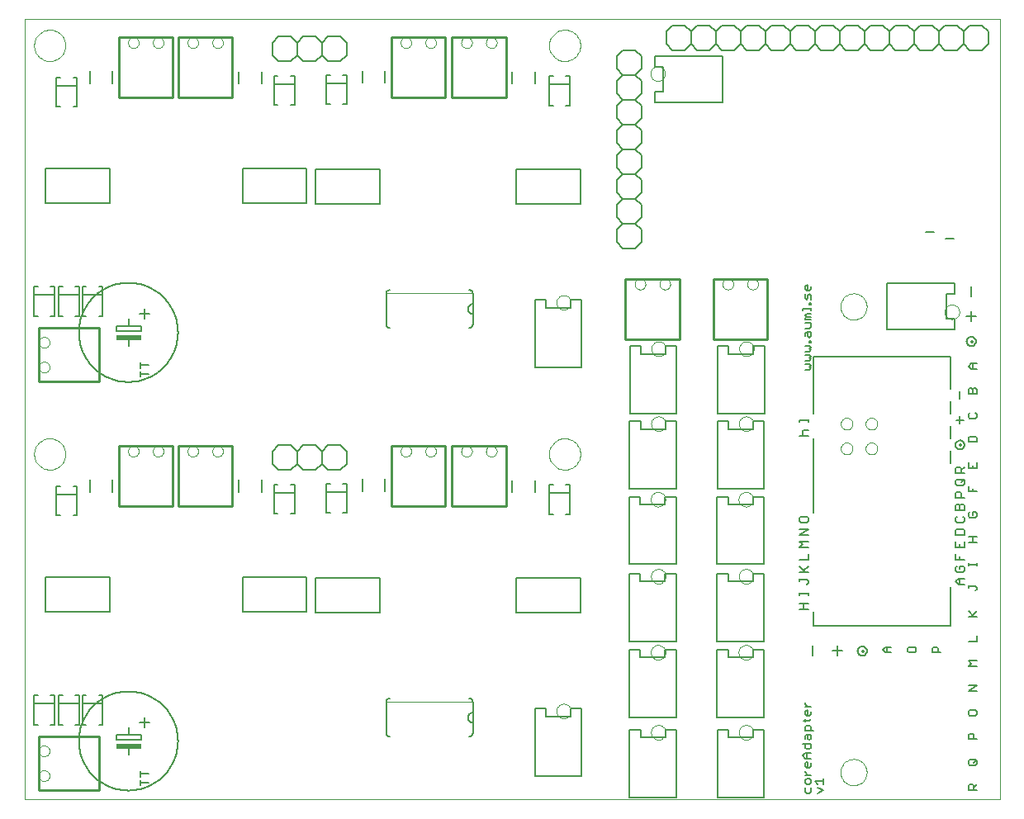
<source format=gto>
G75*
G70*
%OFA0B0*%
%FSLAX24Y24*%
%IPPOS*%
%LPD*%
%AMOC8*
5,1,8,0,0,1.08239X$1,22.5*
%
%ADD10C,0.0000*%
%ADD11C,0.0060*%
%ADD12C,0.0100*%
%ADD13C,0.0050*%
%ADD14C,0.0080*%
%ADD15C,0.0020*%
%ADD16R,0.1000X0.0200*%
%ADD17C,0.0030*%
D10*
X000534Y001683D02*
X000534Y033179D01*
X039904Y033179D01*
X039904Y001683D01*
X000534Y001683D01*
X001116Y002644D02*
X001118Y002673D01*
X001124Y002701D01*
X001133Y002729D01*
X001146Y002755D01*
X001163Y002778D01*
X001182Y002800D01*
X001204Y002819D01*
X001229Y002834D01*
X001255Y002847D01*
X001283Y002855D01*
X001311Y002860D01*
X001340Y002861D01*
X001369Y002858D01*
X001397Y002851D01*
X001424Y002841D01*
X001450Y002827D01*
X001473Y002810D01*
X001494Y002790D01*
X001512Y002767D01*
X001527Y002742D01*
X001538Y002715D01*
X001546Y002687D01*
X001550Y002658D01*
X001550Y002630D01*
X001546Y002601D01*
X001538Y002573D01*
X001527Y002546D01*
X001512Y002521D01*
X001494Y002498D01*
X001473Y002478D01*
X001450Y002461D01*
X001424Y002447D01*
X001397Y002437D01*
X001369Y002430D01*
X001340Y002427D01*
X001311Y002428D01*
X001283Y002433D01*
X001255Y002441D01*
X001229Y002454D01*
X001204Y002469D01*
X001182Y002488D01*
X001163Y002510D01*
X001146Y002533D01*
X001133Y002559D01*
X001124Y002587D01*
X001118Y002615D01*
X001116Y002644D01*
X001116Y003644D02*
X001118Y003673D01*
X001124Y003701D01*
X001133Y003729D01*
X001146Y003755D01*
X001163Y003778D01*
X001182Y003800D01*
X001204Y003819D01*
X001229Y003834D01*
X001255Y003847D01*
X001283Y003855D01*
X001311Y003860D01*
X001340Y003861D01*
X001369Y003858D01*
X001397Y003851D01*
X001424Y003841D01*
X001450Y003827D01*
X001473Y003810D01*
X001494Y003790D01*
X001512Y003767D01*
X001527Y003742D01*
X001538Y003715D01*
X001546Y003687D01*
X001550Y003658D01*
X001550Y003630D01*
X001546Y003601D01*
X001538Y003573D01*
X001527Y003546D01*
X001512Y003521D01*
X001494Y003498D01*
X001473Y003478D01*
X001450Y003461D01*
X001424Y003447D01*
X001397Y003437D01*
X001369Y003430D01*
X001340Y003427D01*
X001311Y003428D01*
X001283Y003433D01*
X001255Y003441D01*
X001229Y003454D01*
X001204Y003469D01*
X001182Y003488D01*
X001163Y003510D01*
X001146Y003533D01*
X001133Y003559D01*
X001124Y003587D01*
X001118Y003615D01*
X001116Y003644D01*
X000926Y015631D02*
X000928Y015681D01*
X000934Y015731D01*
X000944Y015780D01*
X000958Y015828D01*
X000975Y015875D01*
X000996Y015920D01*
X001021Y015964D01*
X001049Y016005D01*
X001081Y016044D01*
X001115Y016081D01*
X001152Y016115D01*
X001192Y016145D01*
X001234Y016172D01*
X001278Y016196D01*
X001324Y016217D01*
X001371Y016233D01*
X001419Y016246D01*
X001469Y016255D01*
X001518Y016260D01*
X001569Y016261D01*
X001619Y016258D01*
X001668Y016251D01*
X001717Y016240D01*
X001765Y016225D01*
X001811Y016207D01*
X001856Y016185D01*
X001899Y016159D01*
X001940Y016130D01*
X001979Y016098D01*
X002015Y016063D01*
X002047Y016025D01*
X002077Y015985D01*
X002104Y015942D01*
X002127Y015898D01*
X002146Y015852D01*
X002162Y015804D01*
X002174Y015755D01*
X002182Y015706D01*
X002186Y015656D01*
X002186Y015606D01*
X002182Y015556D01*
X002174Y015507D01*
X002162Y015458D01*
X002146Y015410D01*
X002127Y015364D01*
X002104Y015320D01*
X002077Y015277D01*
X002047Y015237D01*
X002015Y015199D01*
X001979Y015164D01*
X001940Y015132D01*
X001899Y015103D01*
X001856Y015077D01*
X001811Y015055D01*
X001765Y015037D01*
X001717Y015022D01*
X001668Y015011D01*
X001619Y015004D01*
X001569Y015001D01*
X001518Y015002D01*
X001469Y015007D01*
X001419Y015016D01*
X001371Y015029D01*
X001324Y015045D01*
X001278Y015066D01*
X001234Y015090D01*
X001192Y015117D01*
X001152Y015147D01*
X001115Y015181D01*
X001081Y015218D01*
X001049Y015257D01*
X001021Y015298D01*
X000996Y015342D01*
X000975Y015387D01*
X000958Y015434D01*
X000944Y015482D01*
X000934Y015531D01*
X000928Y015581D01*
X000926Y015631D01*
X001116Y019140D02*
X001118Y019169D01*
X001124Y019197D01*
X001133Y019225D01*
X001146Y019251D01*
X001163Y019274D01*
X001182Y019296D01*
X001204Y019315D01*
X001229Y019330D01*
X001255Y019343D01*
X001283Y019351D01*
X001311Y019356D01*
X001340Y019357D01*
X001369Y019354D01*
X001397Y019347D01*
X001424Y019337D01*
X001450Y019323D01*
X001473Y019306D01*
X001494Y019286D01*
X001512Y019263D01*
X001527Y019238D01*
X001538Y019211D01*
X001546Y019183D01*
X001550Y019154D01*
X001550Y019126D01*
X001546Y019097D01*
X001538Y019069D01*
X001527Y019042D01*
X001512Y019017D01*
X001494Y018994D01*
X001473Y018974D01*
X001450Y018957D01*
X001424Y018943D01*
X001397Y018933D01*
X001369Y018926D01*
X001340Y018923D01*
X001311Y018924D01*
X001283Y018929D01*
X001255Y018937D01*
X001229Y018950D01*
X001204Y018965D01*
X001182Y018984D01*
X001163Y019006D01*
X001146Y019029D01*
X001133Y019055D01*
X001124Y019083D01*
X001118Y019111D01*
X001116Y019140D01*
X001116Y020140D02*
X001118Y020169D01*
X001124Y020197D01*
X001133Y020225D01*
X001146Y020251D01*
X001163Y020274D01*
X001182Y020296D01*
X001204Y020315D01*
X001229Y020330D01*
X001255Y020343D01*
X001283Y020351D01*
X001311Y020356D01*
X001340Y020357D01*
X001369Y020354D01*
X001397Y020347D01*
X001424Y020337D01*
X001450Y020323D01*
X001473Y020306D01*
X001494Y020286D01*
X001512Y020263D01*
X001527Y020238D01*
X001538Y020211D01*
X001546Y020183D01*
X001550Y020154D01*
X001550Y020126D01*
X001546Y020097D01*
X001538Y020069D01*
X001527Y020042D01*
X001512Y020017D01*
X001494Y019994D01*
X001473Y019974D01*
X001450Y019957D01*
X001424Y019943D01*
X001397Y019933D01*
X001369Y019926D01*
X001340Y019923D01*
X001311Y019924D01*
X001283Y019929D01*
X001255Y019937D01*
X001229Y019950D01*
X001204Y019965D01*
X001182Y019984D01*
X001163Y020006D01*
X001146Y020029D01*
X001133Y020055D01*
X001124Y020083D01*
X001118Y020111D01*
X001116Y020140D01*
X004716Y015744D02*
X004718Y015773D01*
X004724Y015801D01*
X004733Y015829D01*
X004746Y015855D01*
X004763Y015878D01*
X004782Y015900D01*
X004804Y015919D01*
X004829Y015934D01*
X004855Y015947D01*
X004883Y015955D01*
X004911Y015960D01*
X004940Y015961D01*
X004969Y015958D01*
X004997Y015951D01*
X005024Y015941D01*
X005050Y015927D01*
X005073Y015910D01*
X005094Y015890D01*
X005112Y015867D01*
X005127Y015842D01*
X005138Y015815D01*
X005146Y015787D01*
X005150Y015758D01*
X005150Y015730D01*
X005146Y015701D01*
X005138Y015673D01*
X005127Y015646D01*
X005112Y015621D01*
X005094Y015598D01*
X005073Y015578D01*
X005050Y015561D01*
X005024Y015547D01*
X004997Y015537D01*
X004969Y015530D01*
X004940Y015527D01*
X004911Y015528D01*
X004883Y015533D01*
X004855Y015541D01*
X004829Y015554D01*
X004804Y015569D01*
X004782Y015588D01*
X004763Y015610D01*
X004746Y015633D01*
X004733Y015659D01*
X004724Y015687D01*
X004718Y015715D01*
X004716Y015744D01*
X005716Y015744D02*
X005718Y015773D01*
X005724Y015801D01*
X005733Y015829D01*
X005746Y015855D01*
X005763Y015878D01*
X005782Y015900D01*
X005804Y015919D01*
X005829Y015934D01*
X005855Y015947D01*
X005883Y015955D01*
X005911Y015960D01*
X005940Y015961D01*
X005969Y015958D01*
X005997Y015951D01*
X006024Y015941D01*
X006050Y015927D01*
X006073Y015910D01*
X006094Y015890D01*
X006112Y015867D01*
X006127Y015842D01*
X006138Y015815D01*
X006146Y015787D01*
X006150Y015758D01*
X006150Y015730D01*
X006146Y015701D01*
X006138Y015673D01*
X006127Y015646D01*
X006112Y015621D01*
X006094Y015598D01*
X006073Y015578D01*
X006050Y015561D01*
X006024Y015547D01*
X005997Y015537D01*
X005969Y015530D01*
X005940Y015527D01*
X005911Y015528D01*
X005883Y015533D01*
X005855Y015541D01*
X005829Y015554D01*
X005804Y015569D01*
X005782Y015588D01*
X005763Y015610D01*
X005746Y015633D01*
X005733Y015659D01*
X005724Y015687D01*
X005718Y015715D01*
X005716Y015744D01*
X007116Y015744D02*
X007118Y015773D01*
X007124Y015801D01*
X007133Y015829D01*
X007146Y015855D01*
X007163Y015878D01*
X007182Y015900D01*
X007204Y015919D01*
X007229Y015934D01*
X007255Y015947D01*
X007283Y015955D01*
X007311Y015960D01*
X007340Y015961D01*
X007369Y015958D01*
X007397Y015951D01*
X007424Y015941D01*
X007450Y015927D01*
X007473Y015910D01*
X007494Y015890D01*
X007512Y015867D01*
X007527Y015842D01*
X007538Y015815D01*
X007546Y015787D01*
X007550Y015758D01*
X007550Y015730D01*
X007546Y015701D01*
X007538Y015673D01*
X007527Y015646D01*
X007512Y015621D01*
X007494Y015598D01*
X007473Y015578D01*
X007450Y015561D01*
X007424Y015547D01*
X007397Y015537D01*
X007369Y015530D01*
X007340Y015527D01*
X007311Y015528D01*
X007283Y015533D01*
X007255Y015541D01*
X007229Y015554D01*
X007204Y015569D01*
X007182Y015588D01*
X007163Y015610D01*
X007146Y015633D01*
X007133Y015659D01*
X007124Y015687D01*
X007118Y015715D01*
X007116Y015744D01*
X008116Y015744D02*
X008118Y015773D01*
X008124Y015801D01*
X008133Y015829D01*
X008146Y015855D01*
X008163Y015878D01*
X008182Y015900D01*
X008204Y015919D01*
X008229Y015934D01*
X008255Y015947D01*
X008283Y015955D01*
X008311Y015960D01*
X008340Y015961D01*
X008369Y015958D01*
X008397Y015951D01*
X008424Y015941D01*
X008450Y015927D01*
X008473Y015910D01*
X008494Y015890D01*
X008512Y015867D01*
X008527Y015842D01*
X008538Y015815D01*
X008546Y015787D01*
X008550Y015758D01*
X008550Y015730D01*
X008546Y015701D01*
X008538Y015673D01*
X008527Y015646D01*
X008512Y015621D01*
X008494Y015598D01*
X008473Y015578D01*
X008450Y015561D01*
X008424Y015547D01*
X008397Y015537D01*
X008369Y015530D01*
X008340Y015527D01*
X008311Y015528D01*
X008283Y015533D01*
X008255Y015541D01*
X008229Y015554D01*
X008204Y015569D01*
X008182Y015588D01*
X008163Y015610D01*
X008146Y015633D01*
X008133Y015659D01*
X008124Y015687D01*
X008118Y015715D01*
X008116Y015744D01*
X015716Y015744D02*
X015718Y015773D01*
X015724Y015801D01*
X015733Y015829D01*
X015746Y015855D01*
X015763Y015878D01*
X015782Y015900D01*
X015804Y015919D01*
X015829Y015934D01*
X015855Y015947D01*
X015883Y015955D01*
X015911Y015960D01*
X015940Y015961D01*
X015969Y015958D01*
X015997Y015951D01*
X016024Y015941D01*
X016050Y015927D01*
X016073Y015910D01*
X016094Y015890D01*
X016112Y015867D01*
X016127Y015842D01*
X016138Y015815D01*
X016146Y015787D01*
X016150Y015758D01*
X016150Y015730D01*
X016146Y015701D01*
X016138Y015673D01*
X016127Y015646D01*
X016112Y015621D01*
X016094Y015598D01*
X016073Y015578D01*
X016050Y015561D01*
X016024Y015547D01*
X015997Y015537D01*
X015969Y015530D01*
X015940Y015527D01*
X015911Y015528D01*
X015883Y015533D01*
X015855Y015541D01*
X015829Y015554D01*
X015804Y015569D01*
X015782Y015588D01*
X015763Y015610D01*
X015746Y015633D01*
X015733Y015659D01*
X015724Y015687D01*
X015718Y015715D01*
X015716Y015744D01*
X016716Y015744D02*
X016718Y015773D01*
X016724Y015801D01*
X016733Y015829D01*
X016746Y015855D01*
X016763Y015878D01*
X016782Y015900D01*
X016804Y015919D01*
X016829Y015934D01*
X016855Y015947D01*
X016883Y015955D01*
X016911Y015960D01*
X016940Y015961D01*
X016969Y015958D01*
X016997Y015951D01*
X017024Y015941D01*
X017050Y015927D01*
X017073Y015910D01*
X017094Y015890D01*
X017112Y015867D01*
X017127Y015842D01*
X017138Y015815D01*
X017146Y015787D01*
X017150Y015758D01*
X017150Y015730D01*
X017146Y015701D01*
X017138Y015673D01*
X017127Y015646D01*
X017112Y015621D01*
X017094Y015598D01*
X017073Y015578D01*
X017050Y015561D01*
X017024Y015547D01*
X016997Y015537D01*
X016969Y015530D01*
X016940Y015527D01*
X016911Y015528D01*
X016883Y015533D01*
X016855Y015541D01*
X016829Y015554D01*
X016804Y015569D01*
X016782Y015588D01*
X016763Y015610D01*
X016746Y015633D01*
X016733Y015659D01*
X016724Y015687D01*
X016718Y015715D01*
X016716Y015744D01*
X018166Y015744D02*
X018168Y015773D01*
X018174Y015801D01*
X018183Y015829D01*
X018196Y015855D01*
X018213Y015878D01*
X018232Y015900D01*
X018254Y015919D01*
X018279Y015934D01*
X018305Y015947D01*
X018333Y015955D01*
X018361Y015960D01*
X018390Y015961D01*
X018419Y015958D01*
X018447Y015951D01*
X018474Y015941D01*
X018500Y015927D01*
X018523Y015910D01*
X018544Y015890D01*
X018562Y015867D01*
X018577Y015842D01*
X018588Y015815D01*
X018596Y015787D01*
X018600Y015758D01*
X018600Y015730D01*
X018596Y015701D01*
X018588Y015673D01*
X018577Y015646D01*
X018562Y015621D01*
X018544Y015598D01*
X018523Y015578D01*
X018500Y015561D01*
X018474Y015547D01*
X018447Y015537D01*
X018419Y015530D01*
X018390Y015527D01*
X018361Y015528D01*
X018333Y015533D01*
X018305Y015541D01*
X018279Y015554D01*
X018254Y015569D01*
X018232Y015588D01*
X018213Y015610D01*
X018196Y015633D01*
X018183Y015659D01*
X018174Y015687D01*
X018168Y015715D01*
X018166Y015744D01*
X019166Y015744D02*
X019168Y015773D01*
X019174Y015801D01*
X019183Y015829D01*
X019196Y015855D01*
X019213Y015878D01*
X019232Y015900D01*
X019254Y015919D01*
X019279Y015934D01*
X019305Y015947D01*
X019333Y015955D01*
X019361Y015960D01*
X019390Y015961D01*
X019419Y015958D01*
X019447Y015951D01*
X019474Y015941D01*
X019500Y015927D01*
X019523Y015910D01*
X019544Y015890D01*
X019562Y015867D01*
X019577Y015842D01*
X019588Y015815D01*
X019596Y015787D01*
X019600Y015758D01*
X019600Y015730D01*
X019596Y015701D01*
X019588Y015673D01*
X019577Y015646D01*
X019562Y015621D01*
X019544Y015598D01*
X019523Y015578D01*
X019500Y015561D01*
X019474Y015547D01*
X019447Y015537D01*
X019419Y015530D01*
X019390Y015527D01*
X019361Y015528D01*
X019333Y015533D01*
X019305Y015541D01*
X019279Y015554D01*
X019254Y015569D01*
X019232Y015588D01*
X019213Y015610D01*
X019196Y015633D01*
X019183Y015659D01*
X019174Y015687D01*
X019168Y015715D01*
X019166Y015744D01*
X021714Y015631D02*
X021716Y015681D01*
X021722Y015731D01*
X021732Y015780D01*
X021746Y015828D01*
X021763Y015875D01*
X021784Y015920D01*
X021809Y015964D01*
X021837Y016005D01*
X021869Y016044D01*
X021903Y016081D01*
X021940Y016115D01*
X021980Y016145D01*
X022022Y016172D01*
X022066Y016196D01*
X022112Y016217D01*
X022159Y016233D01*
X022207Y016246D01*
X022257Y016255D01*
X022306Y016260D01*
X022357Y016261D01*
X022407Y016258D01*
X022456Y016251D01*
X022505Y016240D01*
X022553Y016225D01*
X022599Y016207D01*
X022644Y016185D01*
X022687Y016159D01*
X022728Y016130D01*
X022767Y016098D01*
X022803Y016063D01*
X022835Y016025D01*
X022865Y015985D01*
X022892Y015942D01*
X022915Y015898D01*
X022934Y015852D01*
X022950Y015804D01*
X022962Y015755D01*
X022970Y015706D01*
X022974Y015656D01*
X022974Y015606D01*
X022970Y015556D01*
X022962Y015507D01*
X022950Y015458D01*
X022934Y015410D01*
X022915Y015364D01*
X022892Y015320D01*
X022865Y015277D01*
X022835Y015237D01*
X022803Y015199D01*
X022767Y015164D01*
X022728Y015132D01*
X022687Y015103D01*
X022644Y015077D01*
X022599Y015055D01*
X022553Y015037D01*
X022505Y015022D01*
X022456Y015011D01*
X022407Y015004D01*
X022357Y015001D01*
X022306Y015002D01*
X022257Y015007D01*
X022207Y015016D01*
X022159Y015029D01*
X022112Y015045D01*
X022066Y015066D01*
X022022Y015090D01*
X021980Y015117D01*
X021940Y015147D01*
X021903Y015181D01*
X021869Y015218D01*
X021837Y015257D01*
X021809Y015298D01*
X021784Y015342D01*
X021763Y015387D01*
X021746Y015434D01*
X021732Y015482D01*
X021722Y015531D01*
X021716Y015581D01*
X021714Y015631D01*
X025832Y016853D02*
X025834Y016887D01*
X025840Y016921D01*
X025850Y016954D01*
X025863Y016985D01*
X025881Y017015D01*
X025901Y017043D01*
X025925Y017068D01*
X025951Y017090D01*
X025979Y017108D01*
X026010Y017124D01*
X026042Y017136D01*
X026076Y017144D01*
X026110Y017148D01*
X026144Y017148D01*
X026178Y017144D01*
X026212Y017136D01*
X026244Y017124D01*
X026274Y017108D01*
X026303Y017090D01*
X026329Y017068D01*
X026353Y017043D01*
X026373Y017015D01*
X026391Y016985D01*
X026404Y016954D01*
X026414Y016921D01*
X026420Y016887D01*
X026422Y016853D01*
X026420Y016819D01*
X026414Y016785D01*
X026404Y016752D01*
X026391Y016721D01*
X026373Y016691D01*
X026353Y016663D01*
X026329Y016638D01*
X026303Y016616D01*
X026275Y016598D01*
X026244Y016582D01*
X026212Y016570D01*
X026178Y016562D01*
X026144Y016558D01*
X026110Y016558D01*
X026076Y016562D01*
X026042Y016570D01*
X026010Y016582D01*
X025979Y016598D01*
X025951Y016616D01*
X025925Y016638D01*
X025901Y016663D01*
X025881Y016691D01*
X025863Y016721D01*
X025850Y016752D01*
X025840Y016785D01*
X025834Y016819D01*
X025832Y016853D01*
X025841Y019882D02*
X025843Y019916D01*
X025849Y019950D01*
X025859Y019983D01*
X025872Y020014D01*
X025890Y020044D01*
X025910Y020072D01*
X025934Y020097D01*
X025960Y020119D01*
X025988Y020137D01*
X026019Y020153D01*
X026051Y020165D01*
X026085Y020173D01*
X026119Y020177D01*
X026153Y020177D01*
X026187Y020173D01*
X026221Y020165D01*
X026253Y020153D01*
X026283Y020137D01*
X026312Y020119D01*
X026338Y020097D01*
X026362Y020072D01*
X026382Y020044D01*
X026400Y020014D01*
X026413Y019983D01*
X026423Y019950D01*
X026429Y019916D01*
X026431Y019882D01*
X026429Y019848D01*
X026423Y019814D01*
X026413Y019781D01*
X026400Y019750D01*
X026382Y019720D01*
X026362Y019692D01*
X026338Y019667D01*
X026312Y019645D01*
X026284Y019627D01*
X026253Y019611D01*
X026221Y019599D01*
X026187Y019591D01*
X026153Y019587D01*
X026119Y019587D01*
X026085Y019591D01*
X026051Y019599D01*
X026019Y019611D01*
X025988Y019627D01*
X025960Y019645D01*
X025934Y019667D01*
X025910Y019692D01*
X025890Y019720D01*
X025872Y019750D01*
X025859Y019781D01*
X025849Y019814D01*
X025843Y019848D01*
X025841Y019882D01*
X025168Y022491D02*
X025170Y022520D01*
X025176Y022548D01*
X025185Y022576D01*
X025198Y022602D01*
X025215Y022625D01*
X025234Y022647D01*
X025256Y022666D01*
X025281Y022681D01*
X025307Y022694D01*
X025335Y022702D01*
X025363Y022707D01*
X025392Y022708D01*
X025421Y022705D01*
X025449Y022698D01*
X025476Y022688D01*
X025502Y022674D01*
X025525Y022657D01*
X025546Y022637D01*
X025564Y022614D01*
X025579Y022589D01*
X025590Y022562D01*
X025598Y022534D01*
X025602Y022505D01*
X025602Y022477D01*
X025598Y022448D01*
X025590Y022420D01*
X025579Y022393D01*
X025564Y022368D01*
X025546Y022345D01*
X025525Y022325D01*
X025502Y022308D01*
X025476Y022294D01*
X025449Y022284D01*
X025421Y022277D01*
X025392Y022274D01*
X025363Y022275D01*
X025335Y022280D01*
X025307Y022288D01*
X025281Y022301D01*
X025256Y022316D01*
X025234Y022335D01*
X025215Y022357D01*
X025198Y022380D01*
X025185Y022406D01*
X025176Y022434D01*
X025170Y022462D01*
X025168Y022491D01*
X026168Y022491D02*
X026170Y022520D01*
X026176Y022548D01*
X026185Y022576D01*
X026198Y022602D01*
X026215Y022625D01*
X026234Y022647D01*
X026256Y022666D01*
X026281Y022681D01*
X026307Y022694D01*
X026335Y022702D01*
X026363Y022707D01*
X026392Y022708D01*
X026421Y022705D01*
X026449Y022698D01*
X026476Y022688D01*
X026502Y022674D01*
X026525Y022657D01*
X026546Y022637D01*
X026564Y022614D01*
X026579Y022589D01*
X026590Y022562D01*
X026598Y022534D01*
X026602Y022505D01*
X026602Y022477D01*
X026598Y022448D01*
X026590Y022420D01*
X026579Y022393D01*
X026564Y022368D01*
X026546Y022345D01*
X026525Y022325D01*
X026502Y022308D01*
X026476Y022294D01*
X026449Y022284D01*
X026421Y022277D01*
X026392Y022274D01*
X026363Y022275D01*
X026335Y022280D01*
X026307Y022288D01*
X026281Y022301D01*
X026256Y022316D01*
X026234Y022335D01*
X026215Y022357D01*
X026198Y022380D01*
X026185Y022406D01*
X026176Y022434D01*
X026170Y022462D01*
X026168Y022491D01*
X028711Y022491D02*
X028713Y022520D01*
X028719Y022548D01*
X028728Y022576D01*
X028741Y022602D01*
X028758Y022625D01*
X028777Y022647D01*
X028799Y022666D01*
X028824Y022681D01*
X028850Y022694D01*
X028878Y022702D01*
X028906Y022707D01*
X028935Y022708D01*
X028964Y022705D01*
X028992Y022698D01*
X029019Y022688D01*
X029045Y022674D01*
X029068Y022657D01*
X029089Y022637D01*
X029107Y022614D01*
X029122Y022589D01*
X029133Y022562D01*
X029141Y022534D01*
X029145Y022505D01*
X029145Y022477D01*
X029141Y022448D01*
X029133Y022420D01*
X029122Y022393D01*
X029107Y022368D01*
X029089Y022345D01*
X029068Y022325D01*
X029045Y022308D01*
X029019Y022294D01*
X028992Y022284D01*
X028964Y022277D01*
X028935Y022274D01*
X028906Y022275D01*
X028878Y022280D01*
X028850Y022288D01*
X028824Y022301D01*
X028799Y022316D01*
X028777Y022335D01*
X028758Y022357D01*
X028741Y022380D01*
X028728Y022406D01*
X028719Y022434D01*
X028713Y022462D01*
X028711Y022491D01*
X029711Y022491D02*
X029713Y022520D01*
X029719Y022548D01*
X029728Y022576D01*
X029741Y022602D01*
X029758Y022625D01*
X029777Y022647D01*
X029799Y022666D01*
X029824Y022681D01*
X029850Y022694D01*
X029878Y022702D01*
X029906Y022707D01*
X029935Y022708D01*
X029964Y022705D01*
X029992Y022698D01*
X030019Y022688D01*
X030045Y022674D01*
X030068Y022657D01*
X030089Y022637D01*
X030107Y022614D01*
X030122Y022589D01*
X030133Y022562D01*
X030141Y022534D01*
X030145Y022505D01*
X030145Y022477D01*
X030141Y022448D01*
X030133Y022420D01*
X030122Y022393D01*
X030107Y022368D01*
X030089Y022345D01*
X030068Y022325D01*
X030045Y022308D01*
X030019Y022294D01*
X029992Y022284D01*
X029964Y022277D01*
X029935Y022274D01*
X029906Y022275D01*
X029878Y022280D01*
X029850Y022288D01*
X029824Y022301D01*
X029799Y022316D01*
X029777Y022335D01*
X029758Y022357D01*
X029741Y022380D01*
X029728Y022406D01*
X029719Y022434D01*
X029713Y022462D01*
X029711Y022491D01*
X029385Y019882D02*
X029387Y019916D01*
X029393Y019950D01*
X029403Y019983D01*
X029416Y020014D01*
X029434Y020044D01*
X029454Y020072D01*
X029478Y020097D01*
X029504Y020119D01*
X029532Y020137D01*
X029563Y020153D01*
X029595Y020165D01*
X029629Y020173D01*
X029663Y020177D01*
X029697Y020177D01*
X029731Y020173D01*
X029765Y020165D01*
X029797Y020153D01*
X029827Y020137D01*
X029856Y020119D01*
X029882Y020097D01*
X029906Y020072D01*
X029926Y020044D01*
X029944Y020014D01*
X029957Y019983D01*
X029967Y019950D01*
X029973Y019916D01*
X029975Y019882D01*
X029973Y019848D01*
X029967Y019814D01*
X029957Y019781D01*
X029944Y019750D01*
X029926Y019720D01*
X029906Y019692D01*
X029882Y019667D01*
X029856Y019645D01*
X029828Y019627D01*
X029797Y019611D01*
X029765Y019599D01*
X029731Y019591D01*
X029697Y019587D01*
X029663Y019587D01*
X029629Y019591D01*
X029595Y019599D01*
X029563Y019611D01*
X029532Y019627D01*
X029504Y019645D01*
X029478Y019667D01*
X029454Y019692D01*
X029434Y019720D01*
X029416Y019750D01*
X029403Y019781D01*
X029393Y019814D01*
X029387Y019848D01*
X029385Y019882D01*
X029376Y016853D02*
X029378Y016887D01*
X029384Y016921D01*
X029394Y016954D01*
X029407Y016985D01*
X029425Y017015D01*
X029445Y017043D01*
X029469Y017068D01*
X029495Y017090D01*
X029523Y017108D01*
X029554Y017124D01*
X029586Y017136D01*
X029620Y017144D01*
X029654Y017148D01*
X029688Y017148D01*
X029722Y017144D01*
X029756Y017136D01*
X029788Y017124D01*
X029818Y017108D01*
X029847Y017090D01*
X029873Y017068D01*
X029897Y017043D01*
X029917Y017015D01*
X029935Y016985D01*
X029948Y016954D01*
X029958Y016921D01*
X029964Y016887D01*
X029966Y016853D01*
X029964Y016819D01*
X029958Y016785D01*
X029948Y016752D01*
X029935Y016721D01*
X029917Y016691D01*
X029897Y016663D01*
X029873Y016638D01*
X029847Y016616D01*
X029819Y016598D01*
X029788Y016582D01*
X029756Y016570D01*
X029722Y016562D01*
X029688Y016558D01*
X029654Y016558D01*
X029620Y016562D01*
X029586Y016570D01*
X029554Y016582D01*
X029523Y016598D01*
X029495Y016616D01*
X029469Y016638D01*
X029445Y016663D01*
X029425Y016691D01*
X029407Y016721D01*
X029394Y016752D01*
X029384Y016785D01*
X029378Y016819D01*
X029376Y016853D01*
X029359Y013804D02*
X029361Y013838D01*
X029367Y013872D01*
X029377Y013905D01*
X029390Y013936D01*
X029408Y013966D01*
X029428Y013994D01*
X029452Y014019D01*
X029478Y014041D01*
X029506Y014059D01*
X029537Y014075D01*
X029569Y014087D01*
X029603Y014095D01*
X029637Y014099D01*
X029671Y014099D01*
X029705Y014095D01*
X029739Y014087D01*
X029771Y014075D01*
X029801Y014059D01*
X029830Y014041D01*
X029856Y014019D01*
X029880Y013994D01*
X029900Y013966D01*
X029918Y013936D01*
X029931Y013905D01*
X029941Y013872D01*
X029947Y013838D01*
X029949Y013804D01*
X029947Y013770D01*
X029941Y013736D01*
X029931Y013703D01*
X029918Y013672D01*
X029900Y013642D01*
X029880Y013614D01*
X029856Y013589D01*
X029830Y013567D01*
X029802Y013549D01*
X029771Y013533D01*
X029739Y013521D01*
X029705Y013513D01*
X029671Y013509D01*
X029637Y013509D01*
X029603Y013513D01*
X029569Y013521D01*
X029537Y013533D01*
X029506Y013549D01*
X029478Y013567D01*
X029452Y013589D01*
X029428Y013614D01*
X029408Y013642D01*
X029390Y013672D01*
X029377Y013703D01*
X029367Y013736D01*
X029361Y013770D01*
X029359Y013804D01*
X025816Y013804D02*
X025818Y013838D01*
X025824Y013872D01*
X025834Y013905D01*
X025847Y013936D01*
X025865Y013966D01*
X025885Y013994D01*
X025909Y014019D01*
X025935Y014041D01*
X025963Y014059D01*
X025994Y014075D01*
X026026Y014087D01*
X026060Y014095D01*
X026094Y014099D01*
X026128Y014099D01*
X026162Y014095D01*
X026196Y014087D01*
X026228Y014075D01*
X026258Y014059D01*
X026287Y014041D01*
X026313Y014019D01*
X026337Y013994D01*
X026357Y013966D01*
X026375Y013936D01*
X026388Y013905D01*
X026398Y013872D01*
X026404Y013838D01*
X026406Y013804D01*
X026404Y013770D01*
X026398Y013736D01*
X026388Y013703D01*
X026375Y013672D01*
X026357Y013642D01*
X026337Y013614D01*
X026313Y013589D01*
X026287Y013567D01*
X026259Y013549D01*
X026228Y013533D01*
X026196Y013521D01*
X026162Y013513D01*
X026128Y013509D01*
X026094Y013509D01*
X026060Y013513D01*
X026026Y013521D01*
X025994Y013533D01*
X025963Y013549D01*
X025935Y013567D01*
X025909Y013589D01*
X025885Y013614D01*
X025865Y013642D01*
X025847Y013672D01*
X025834Y013703D01*
X025824Y013736D01*
X025818Y013770D01*
X025816Y013804D01*
X025826Y010694D02*
X025828Y010728D01*
X025834Y010762D01*
X025844Y010795D01*
X025857Y010826D01*
X025875Y010856D01*
X025895Y010884D01*
X025919Y010909D01*
X025945Y010931D01*
X025973Y010949D01*
X026004Y010965D01*
X026036Y010977D01*
X026070Y010985D01*
X026104Y010989D01*
X026138Y010989D01*
X026172Y010985D01*
X026206Y010977D01*
X026238Y010965D01*
X026268Y010949D01*
X026297Y010931D01*
X026323Y010909D01*
X026347Y010884D01*
X026367Y010856D01*
X026385Y010826D01*
X026398Y010795D01*
X026408Y010762D01*
X026414Y010728D01*
X026416Y010694D01*
X026414Y010660D01*
X026408Y010626D01*
X026398Y010593D01*
X026385Y010562D01*
X026367Y010532D01*
X026347Y010504D01*
X026323Y010479D01*
X026297Y010457D01*
X026269Y010439D01*
X026238Y010423D01*
X026206Y010411D01*
X026172Y010403D01*
X026138Y010399D01*
X026104Y010399D01*
X026070Y010403D01*
X026036Y010411D01*
X026004Y010423D01*
X025973Y010439D01*
X025945Y010457D01*
X025919Y010479D01*
X025895Y010504D01*
X025875Y010532D01*
X025857Y010562D01*
X025844Y010593D01*
X025834Y010626D01*
X025828Y010660D01*
X025826Y010694D01*
X025818Y007623D02*
X025820Y007657D01*
X025826Y007691D01*
X025836Y007724D01*
X025849Y007755D01*
X025867Y007785D01*
X025887Y007813D01*
X025911Y007838D01*
X025937Y007860D01*
X025965Y007878D01*
X025996Y007894D01*
X026028Y007906D01*
X026062Y007914D01*
X026096Y007918D01*
X026130Y007918D01*
X026164Y007914D01*
X026198Y007906D01*
X026230Y007894D01*
X026260Y007878D01*
X026289Y007860D01*
X026315Y007838D01*
X026339Y007813D01*
X026359Y007785D01*
X026377Y007755D01*
X026390Y007724D01*
X026400Y007691D01*
X026406Y007657D01*
X026408Y007623D01*
X026406Y007589D01*
X026400Y007555D01*
X026390Y007522D01*
X026377Y007491D01*
X026359Y007461D01*
X026339Y007433D01*
X026315Y007408D01*
X026289Y007386D01*
X026261Y007368D01*
X026230Y007352D01*
X026198Y007340D01*
X026164Y007332D01*
X026130Y007328D01*
X026096Y007328D01*
X026062Y007332D01*
X026028Y007340D01*
X025996Y007352D01*
X025965Y007368D01*
X025937Y007386D01*
X025911Y007408D01*
X025887Y007433D01*
X025867Y007461D01*
X025849Y007491D01*
X025836Y007522D01*
X025826Y007555D01*
X025820Y007589D01*
X025818Y007623D01*
X022009Y005254D02*
X022011Y005288D01*
X022017Y005322D01*
X022027Y005355D01*
X022040Y005386D01*
X022058Y005416D01*
X022078Y005444D01*
X022102Y005469D01*
X022128Y005491D01*
X022156Y005509D01*
X022187Y005525D01*
X022219Y005537D01*
X022253Y005545D01*
X022287Y005549D01*
X022321Y005549D01*
X022355Y005545D01*
X022389Y005537D01*
X022421Y005525D01*
X022451Y005509D01*
X022480Y005491D01*
X022506Y005469D01*
X022530Y005444D01*
X022550Y005416D01*
X022568Y005386D01*
X022581Y005355D01*
X022591Y005322D01*
X022597Y005288D01*
X022599Y005254D01*
X022597Y005220D01*
X022591Y005186D01*
X022581Y005153D01*
X022568Y005122D01*
X022550Y005092D01*
X022530Y005064D01*
X022506Y005039D01*
X022480Y005017D01*
X022452Y004999D01*
X022421Y004983D01*
X022389Y004971D01*
X022355Y004963D01*
X022321Y004959D01*
X022287Y004959D01*
X022253Y004963D01*
X022219Y004971D01*
X022187Y004983D01*
X022156Y004999D01*
X022128Y005017D01*
X022102Y005039D01*
X022078Y005064D01*
X022058Y005092D01*
X022040Y005122D01*
X022027Y005153D01*
X022017Y005186D01*
X022011Y005220D01*
X022009Y005254D01*
X025828Y004395D02*
X025830Y004429D01*
X025836Y004463D01*
X025846Y004496D01*
X025859Y004527D01*
X025877Y004557D01*
X025897Y004585D01*
X025921Y004610D01*
X025947Y004632D01*
X025975Y004650D01*
X026006Y004666D01*
X026038Y004678D01*
X026072Y004686D01*
X026106Y004690D01*
X026140Y004690D01*
X026174Y004686D01*
X026208Y004678D01*
X026240Y004666D01*
X026270Y004650D01*
X026299Y004632D01*
X026325Y004610D01*
X026349Y004585D01*
X026369Y004557D01*
X026387Y004527D01*
X026400Y004496D01*
X026410Y004463D01*
X026416Y004429D01*
X026418Y004395D01*
X026416Y004361D01*
X026410Y004327D01*
X026400Y004294D01*
X026387Y004263D01*
X026369Y004233D01*
X026349Y004205D01*
X026325Y004180D01*
X026299Y004158D01*
X026271Y004140D01*
X026240Y004124D01*
X026208Y004112D01*
X026174Y004104D01*
X026140Y004100D01*
X026106Y004100D01*
X026072Y004104D01*
X026038Y004112D01*
X026006Y004124D01*
X025975Y004140D01*
X025947Y004158D01*
X025921Y004180D01*
X025897Y004205D01*
X025877Y004233D01*
X025859Y004263D01*
X025846Y004294D01*
X025836Y004327D01*
X025830Y004361D01*
X025828Y004395D01*
X029372Y004395D02*
X029374Y004429D01*
X029380Y004463D01*
X029390Y004496D01*
X029403Y004527D01*
X029421Y004557D01*
X029441Y004585D01*
X029465Y004610D01*
X029491Y004632D01*
X029519Y004650D01*
X029550Y004666D01*
X029582Y004678D01*
X029616Y004686D01*
X029650Y004690D01*
X029684Y004690D01*
X029718Y004686D01*
X029752Y004678D01*
X029784Y004666D01*
X029814Y004650D01*
X029843Y004632D01*
X029869Y004610D01*
X029893Y004585D01*
X029913Y004557D01*
X029931Y004527D01*
X029944Y004496D01*
X029954Y004463D01*
X029960Y004429D01*
X029962Y004395D01*
X029960Y004361D01*
X029954Y004327D01*
X029944Y004294D01*
X029931Y004263D01*
X029913Y004233D01*
X029893Y004205D01*
X029869Y004180D01*
X029843Y004158D01*
X029815Y004140D01*
X029784Y004124D01*
X029752Y004112D01*
X029718Y004104D01*
X029684Y004100D01*
X029650Y004100D01*
X029616Y004104D01*
X029582Y004112D01*
X029550Y004124D01*
X029519Y004140D01*
X029491Y004158D01*
X029465Y004180D01*
X029441Y004205D01*
X029421Y004233D01*
X029403Y004263D01*
X029390Y004294D01*
X029380Y004327D01*
X029374Y004361D01*
X029372Y004395D01*
X029362Y007623D02*
X029364Y007657D01*
X029370Y007691D01*
X029380Y007724D01*
X029393Y007755D01*
X029411Y007785D01*
X029431Y007813D01*
X029455Y007838D01*
X029481Y007860D01*
X029509Y007878D01*
X029540Y007894D01*
X029572Y007906D01*
X029606Y007914D01*
X029640Y007918D01*
X029674Y007918D01*
X029708Y007914D01*
X029742Y007906D01*
X029774Y007894D01*
X029804Y007878D01*
X029833Y007860D01*
X029859Y007838D01*
X029883Y007813D01*
X029903Y007785D01*
X029921Y007755D01*
X029934Y007724D01*
X029944Y007691D01*
X029950Y007657D01*
X029952Y007623D01*
X029950Y007589D01*
X029944Y007555D01*
X029934Y007522D01*
X029921Y007491D01*
X029903Y007461D01*
X029883Y007433D01*
X029859Y007408D01*
X029833Y007386D01*
X029805Y007368D01*
X029774Y007352D01*
X029742Y007340D01*
X029708Y007332D01*
X029674Y007328D01*
X029640Y007328D01*
X029606Y007332D01*
X029572Y007340D01*
X029540Y007352D01*
X029509Y007368D01*
X029481Y007386D01*
X029455Y007408D01*
X029431Y007433D01*
X029411Y007461D01*
X029393Y007491D01*
X029380Y007522D01*
X029370Y007555D01*
X029364Y007589D01*
X029362Y007623D01*
X029369Y010694D02*
X029371Y010728D01*
X029377Y010762D01*
X029387Y010795D01*
X029400Y010826D01*
X029418Y010856D01*
X029438Y010884D01*
X029462Y010909D01*
X029488Y010931D01*
X029516Y010949D01*
X029547Y010965D01*
X029579Y010977D01*
X029613Y010985D01*
X029647Y010989D01*
X029681Y010989D01*
X029715Y010985D01*
X029749Y010977D01*
X029781Y010965D01*
X029811Y010949D01*
X029840Y010931D01*
X029866Y010909D01*
X029890Y010884D01*
X029910Y010856D01*
X029928Y010826D01*
X029941Y010795D01*
X029951Y010762D01*
X029957Y010728D01*
X029959Y010694D01*
X029957Y010660D01*
X029951Y010626D01*
X029941Y010593D01*
X029928Y010562D01*
X029910Y010532D01*
X029890Y010504D01*
X029866Y010479D01*
X029840Y010457D01*
X029812Y010439D01*
X029781Y010423D01*
X029749Y010411D01*
X029715Y010403D01*
X029681Y010399D01*
X029647Y010399D01*
X029613Y010403D01*
X029579Y010411D01*
X029547Y010423D01*
X029516Y010439D01*
X029488Y010457D01*
X029462Y010479D01*
X029438Y010504D01*
X029418Y010532D01*
X029400Y010562D01*
X029387Y010593D01*
X029377Y010626D01*
X029371Y010660D01*
X029369Y010694D01*
X033489Y015853D02*
X033491Y015883D01*
X033497Y015913D01*
X033506Y015942D01*
X033519Y015969D01*
X033536Y015994D01*
X033555Y016017D01*
X033578Y016038D01*
X033603Y016055D01*
X033629Y016069D01*
X033658Y016079D01*
X033687Y016086D01*
X033717Y016089D01*
X033748Y016088D01*
X033778Y016083D01*
X033807Y016074D01*
X033834Y016062D01*
X033860Y016047D01*
X033884Y016028D01*
X033905Y016006D01*
X033923Y015982D01*
X033938Y015955D01*
X033949Y015927D01*
X033957Y015898D01*
X033961Y015868D01*
X033961Y015838D01*
X033957Y015808D01*
X033949Y015779D01*
X033938Y015751D01*
X033923Y015724D01*
X033905Y015700D01*
X033884Y015678D01*
X033860Y015659D01*
X033834Y015644D01*
X033807Y015632D01*
X033778Y015623D01*
X033748Y015618D01*
X033717Y015617D01*
X033687Y015620D01*
X033658Y015627D01*
X033629Y015637D01*
X033603Y015651D01*
X033578Y015668D01*
X033555Y015689D01*
X033536Y015712D01*
X033519Y015737D01*
X033506Y015764D01*
X033497Y015793D01*
X033491Y015823D01*
X033489Y015853D01*
X033489Y016853D02*
X033491Y016883D01*
X033497Y016913D01*
X033506Y016942D01*
X033519Y016969D01*
X033536Y016994D01*
X033555Y017017D01*
X033578Y017038D01*
X033603Y017055D01*
X033629Y017069D01*
X033658Y017079D01*
X033687Y017086D01*
X033717Y017089D01*
X033748Y017088D01*
X033778Y017083D01*
X033807Y017074D01*
X033834Y017062D01*
X033860Y017047D01*
X033884Y017028D01*
X033905Y017006D01*
X033923Y016982D01*
X033938Y016955D01*
X033949Y016927D01*
X033957Y016898D01*
X033961Y016868D01*
X033961Y016838D01*
X033957Y016808D01*
X033949Y016779D01*
X033938Y016751D01*
X033923Y016724D01*
X033905Y016700D01*
X033884Y016678D01*
X033860Y016659D01*
X033834Y016644D01*
X033807Y016632D01*
X033778Y016623D01*
X033748Y016618D01*
X033717Y016617D01*
X033687Y016620D01*
X033658Y016627D01*
X033629Y016637D01*
X033603Y016651D01*
X033578Y016668D01*
X033555Y016689D01*
X033536Y016712D01*
X033519Y016737D01*
X033506Y016764D01*
X033497Y016793D01*
X033491Y016823D01*
X033489Y016853D01*
X034489Y016853D02*
X034491Y016883D01*
X034497Y016913D01*
X034506Y016942D01*
X034519Y016969D01*
X034536Y016994D01*
X034555Y017017D01*
X034578Y017038D01*
X034603Y017055D01*
X034629Y017069D01*
X034658Y017079D01*
X034687Y017086D01*
X034717Y017089D01*
X034748Y017088D01*
X034778Y017083D01*
X034807Y017074D01*
X034834Y017062D01*
X034860Y017047D01*
X034884Y017028D01*
X034905Y017006D01*
X034923Y016982D01*
X034938Y016955D01*
X034949Y016927D01*
X034957Y016898D01*
X034961Y016868D01*
X034961Y016838D01*
X034957Y016808D01*
X034949Y016779D01*
X034938Y016751D01*
X034923Y016724D01*
X034905Y016700D01*
X034884Y016678D01*
X034860Y016659D01*
X034834Y016644D01*
X034807Y016632D01*
X034778Y016623D01*
X034748Y016618D01*
X034717Y016617D01*
X034687Y016620D01*
X034658Y016627D01*
X034629Y016637D01*
X034603Y016651D01*
X034578Y016668D01*
X034555Y016689D01*
X034536Y016712D01*
X034519Y016737D01*
X034506Y016764D01*
X034497Y016793D01*
X034491Y016823D01*
X034489Y016853D01*
X034489Y015853D02*
X034491Y015883D01*
X034497Y015913D01*
X034506Y015942D01*
X034519Y015969D01*
X034536Y015994D01*
X034555Y016017D01*
X034578Y016038D01*
X034603Y016055D01*
X034629Y016069D01*
X034658Y016079D01*
X034687Y016086D01*
X034717Y016089D01*
X034748Y016088D01*
X034778Y016083D01*
X034807Y016074D01*
X034834Y016062D01*
X034860Y016047D01*
X034884Y016028D01*
X034905Y016006D01*
X034923Y015982D01*
X034938Y015955D01*
X034949Y015927D01*
X034957Y015898D01*
X034961Y015868D01*
X034961Y015838D01*
X034957Y015808D01*
X034949Y015779D01*
X034938Y015751D01*
X034923Y015724D01*
X034905Y015700D01*
X034884Y015678D01*
X034860Y015659D01*
X034834Y015644D01*
X034807Y015632D01*
X034778Y015623D01*
X034748Y015618D01*
X034717Y015617D01*
X034687Y015620D01*
X034658Y015627D01*
X034629Y015637D01*
X034603Y015651D01*
X034578Y015668D01*
X034555Y015689D01*
X034536Y015712D01*
X034519Y015737D01*
X034506Y015764D01*
X034497Y015793D01*
X034491Y015823D01*
X034489Y015853D01*
X033474Y021583D02*
X033476Y021629D01*
X033482Y021674D01*
X033492Y021719D01*
X033505Y021762D01*
X033522Y021805D01*
X033543Y021845D01*
X033567Y021884D01*
X033595Y021920D01*
X033626Y021954D01*
X033659Y021986D01*
X033695Y022014D01*
X033733Y022039D01*
X033773Y022061D01*
X033815Y022079D01*
X033858Y022093D01*
X033903Y022104D01*
X033948Y022111D01*
X033994Y022114D01*
X034039Y022113D01*
X034085Y022108D01*
X034130Y022099D01*
X034173Y022087D01*
X034216Y022070D01*
X034257Y022050D01*
X034296Y022027D01*
X034334Y022000D01*
X034368Y021970D01*
X034400Y021938D01*
X034429Y021902D01*
X034455Y021865D01*
X034478Y021825D01*
X034497Y021784D01*
X034512Y021741D01*
X034524Y021696D01*
X034532Y021651D01*
X034536Y021606D01*
X034536Y021560D01*
X034532Y021515D01*
X034524Y021470D01*
X034512Y021425D01*
X034497Y021382D01*
X034478Y021341D01*
X034455Y021301D01*
X034429Y021264D01*
X034400Y021228D01*
X034368Y021196D01*
X034334Y021166D01*
X034296Y021139D01*
X034257Y021116D01*
X034216Y021096D01*
X034173Y021079D01*
X034130Y021067D01*
X034085Y021058D01*
X034039Y021053D01*
X033994Y021052D01*
X033948Y021055D01*
X033903Y021062D01*
X033858Y021073D01*
X033815Y021087D01*
X033773Y021105D01*
X033733Y021127D01*
X033695Y021152D01*
X033659Y021180D01*
X033626Y021212D01*
X033595Y021246D01*
X033567Y021282D01*
X033543Y021321D01*
X033522Y021361D01*
X033505Y021404D01*
X033492Y021447D01*
X033482Y021492D01*
X033476Y021537D01*
X033474Y021583D01*
X037679Y021372D02*
X037681Y021406D01*
X037687Y021440D01*
X037697Y021473D01*
X037710Y021504D01*
X037728Y021534D01*
X037748Y021562D01*
X037772Y021587D01*
X037798Y021609D01*
X037826Y021627D01*
X037857Y021643D01*
X037889Y021655D01*
X037923Y021663D01*
X037957Y021667D01*
X037991Y021667D01*
X038025Y021663D01*
X038059Y021655D01*
X038091Y021643D01*
X038121Y021627D01*
X038150Y021609D01*
X038176Y021587D01*
X038200Y021562D01*
X038220Y021534D01*
X038238Y021504D01*
X038251Y021473D01*
X038261Y021440D01*
X038267Y021406D01*
X038269Y021372D01*
X038267Y021338D01*
X038261Y021304D01*
X038251Y021271D01*
X038238Y021240D01*
X038220Y021210D01*
X038200Y021182D01*
X038176Y021157D01*
X038150Y021135D01*
X038122Y021117D01*
X038091Y021101D01*
X038059Y021089D01*
X038025Y021081D01*
X037991Y021077D01*
X037957Y021077D01*
X037923Y021081D01*
X037889Y021089D01*
X037857Y021101D01*
X037826Y021117D01*
X037798Y021135D01*
X037772Y021157D01*
X037748Y021182D01*
X037728Y021210D01*
X037710Y021240D01*
X037697Y021271D01*
X037687Y021304D01*
X037681Y021338D01*
X037679Y021372D01*
X025803Y030989D02*
X025805Y031023D01*
X025811Y031057D01*
X025821Y031090D01*
X025834Y031121D01*
X025852Y031151D01*
X025872Y031179D01*
X025896Y031204D01*
X025922Y031226D01*
X025950Y031244D01*
X025981Y031260D01*
X026013Y031272D01*
X026047Y031280D01*
X026081Y031284D01*
X026115Y031284D01*
X026149Y031280D01*
X026183Y031272D01*
X026215Y031260D01*
X026245Y031244D01*
X026274Y031226D01*
X026300Y031204D01*
X026324Y031179D01*
X026344Y031151D01*
X026362Y031121D01*
X026375Y031090D01*
X026385Y031057D01*
X026391Y031023D01*
X026393Y030989D01*
X026391Y030955D01*
X026385Y030921D01*
X026375Y030888D01*
X026362Y030857D01*
X026344Y030827D01*
X026324Y030799D01*
X026300Y030774D01*
X026274Y030752D01*
X026246Y030734D01*
X026215Y030718D01*
X026183Y030706D01*
X026149Y030698D01*
X026115Y030694D01*
X026081Y030694D01*
X026047Y030698D01*
X026013Y030706D01*
X025981Y030718D01*
X025950Y030734D01*
X025922Y030752D01*
X025896Y030774D01*
X025872Y030799D01*
X025852Y030827D01*
X025834Y030857D01*
X025821Y030888D01*
X025811Y030921D01*
X025805Y030955D01*
X025803Y030989D01*
X021714Y032127D02*
X021716Y032177D01*
X021722Y032227D01*
X021732Y032276D01*
X021746Y032324D01*
X021763Y032371D01*
X021784Y032416D01*
X021809Y032460D01*
X021837Y032501D01*
X021869Y032540D01*
X021903Y032577D01*
X021940Y032611D01*
X021980Y032641D01*
X022022Y032668D01*
X022066Y032692D01*
X022112Y032713D01*
X022159Y032729D01*
X022207Y032742D01*
X022257Y032751D01*
X022306Y032756D01*
X022357Y032757D01*
X022407Y032754D01*
X022456Y032747D01*
X022505Y032736D01*
X022553Y032721D01*
X022599Y032703D01*
X022644Y032681D01*
X022687Y032655D01*
X022728Y032626D01*
X022767Y032594D01*
X022803Y032559D01*
X022835Y032521D01*
X022865Y032481D01*
X022892Y032438D01*
X022915Y032394D01*
X022934Y032348D01*
X022950Y032300D01*
X022962Y032251D01*
X022970Y032202D01*
X022974Y032152D01*
X022974Y032102D01*
X022970Y032052D01*
X022962Y032003D01*
X022950Y031954D01*
X022934Y031906D01*
X022915Y031860D01*
X022892Y031816D01*
X022865Y031773D01*
X022835Y031733D01*
X022803Y031695D01*
X022767Y031660D01*
X022728Y031628D01*
X022687Y031599D01*
X022644Y031573D01*
X022599Y031551D01*
X022553Y031533D01*
X022505Y031518D01*
X022456Y031507D01*
X022407Y031500D01*
X022357Y031497D01*
X022306Y031498D01*
X022257Y031503D01*
X022207Y031512D01*
X022159Y031525D01*
X022112Y031541D01*
X022066Y031562D01*
X022022Y031586D01*
X021980Y031613D01*
X021940Y031643D01*
X021903Y031677D01*
X021869Y031714D01*
X021837Y031753D01*
X021809Y031794D01*
X021784Y031838D01*
X021763Y031883D01*
X021746Y031930D01*
X021732Y031978D01*
X021722Y032027D01*
X021716Y032077D01*
X021714Y032127D01*
X019166Y032240D02*
X019168Y032269D01*
X019174Y032297D01*
X019183Y032325D01*
X019196Y032351D01*
X019213Y032374D01*
X019232Y032396D01*
X019254Y032415D01*
X019279Y032430D01*
X019305Y032443D01*
X019333Y032451D01*
X019361Y032456D01*
X019390Y032457D01*
X019419Y032454D01*
X019447Y032447D01*
X019474Y032437D01*
X019500Y032423D01*
X019523Y032406D01*
X019544Y032386D01*
X019562Y032363D01*
X019577Y032338D01*
X019588Y032311D01*
X019596Y032283D01*
X019600Y032254D01*
X019600Y032226D01*
X019596Y032197D01*
X019588Y032169D01*
X019577Y032142D01*
X019562Y032117D01*
X019544Y032094D01*
X019523Y032074D01*
X019500Y032057D01*
X019474Y032043D01*
X019447Y032033D01*
X019419Y032026D01*
X019390Y032023D01*
X019361Y032024D01*
X019333Y032029D01*
X019305Y032037D01*
X019279Y032050D01*
X019254Y032065D01*
X019232Y032084D01*
X019213Y032106D01*
X019196Y032129D01*
X019183Y032155D01*
X019174Y032183D01*
X019168Y032211D01*
X019166Y032240D01*
X018166Y032240D02*
X018168Y032269D01*
X018174Y032297D01*
X018183Y032325D01*
X018196Y032351D01*
X018213Y032374D01*
X018232Y032396D01*
X018254Y032415D01*
X018279Y032430D01*
X018305Y032443D01*
X018333Y032451D01*
X018361Y032456D01*
X018390Y032457D01*
X018419Y032454D01*
X018447Y032447D01*
X018474Y032437D01*
X018500Y032423D01*
X018523Y032406D01*
X018544Y032386D01*
X018562Y032363D01*
X018577Y032338D01*
X018588Y032311D01*
X018596Y032283D01*
X018600Y032254D01*
X018600Y032226D01*
X018596Y032197D01*
X018588Y032169D01*
X018577Y032142D01*
X018562Y032117D01*
X018544Y032094D01*
X018523Y032074D01*
X018500Y032057D01*
X018474Y032043D01*
X018447Y032033D01*
X018419Y032026D01*
X018390Y032023D01*
X018361Y032024D01*
X018333Y032029D01*
X018305Y032037D01*
X018279Y032050D01*
X018254Y032065D01*
X018232Y032084D01*
X018213Y032106D01*
X018196Y032129D01*
X018183Y032155D01*
X018174Y032183D01*
X018168Y032211D01*
X018166Y032240D01*
X016716Y032240D02*
X016718Y032269D01*
X016724Y032297D01*
X016733Y032325D01*
X016746Y032351D01*
X016763Y032374D01*
X016782Y032396D01*
X016804Y032415D01*
X016829Y032430D01*
X016855Y032443D01*
X016883Y032451D01*
X016911Y032456D01*
X016940Y032457D01*
X016969Y032454D01*
X016997Y032447D01*
X017024Y032437D01*
X017050Y032423D01*
X017073Y032406D01*
X017094Y032386D01*
X017112Y032363D01*
X017127Y032338D01*
X017138Y032311D01*
X017146Y032283D01*
X017150Y032254D01*
X017150Y032226D01*
X017146Y032197D01*
X017138Y032169D01*
X017127Y032142D01*
X017112Y032117D01*
X017094Y032094D01*
X017073Y032074D01*
X017050Y032057D01*
X017024Y032043D01*
X016997Y032033D01*
X016969Y032026D01*
X016940Y032023D01*
X016911Y032024D01*
X016883Y032029D01*
X016855Y032037D01*
X016829Y032050D01*
X016804Y032065D01*
X016782Y032084D01*
X016763Y032106D01*
X016746Y032129D01*
X016733Y032155D01*
X016724Y032183D01*
X016718Y032211D01*
X016716Y032240D01*
X015716Y032240D02*
X015718Y032269D01*
X015724Y032297D01*
X015733Y032325D01*
X015746Y032351D01*
X015763Y032374D01*
X015782Y032396D01*
X015804Y032415D01*
X015829Y032430D01*
X015855Y032443D01*
X015883Y032451D01*
X015911Y032456D01*
X015940Y032457D01*
X015969Y032454D01*
X015997Y032447D01*
X016024Y032437D01*
X016050Y032423D01*
X016073Y032406D01*
X016094Y032386D01*
X016112Y032363D01*
X016127Y032338D01*
X016138Y032311D01*
X016146Y032283D01*
X016150Y032254D01*
X016150Y032226D01*
X016146Y032197D01*
X016138Y032169D01*
X016127Y032142D01*
X016112Y032117D01*
X016094Y032094D01*
X016073Y032074D01*
X016050Y032057D01*
X016024Y032043D01*
X015997Y032033D01*
X015969Y032026D01*
X015940Y032023D01*
X015911Y032024D01*
X015883Y032029D01*
X015855Y032037D01*
X015829Y032050D01*
X015804Y032065D01*
X015782Y032084D01*
X015763Y032106D01*
X015746Y032129D01*
X015733Y032155D01*
X015724Y032183D01*
X015718Y032211D01*
X015716Y032240D01*
X008116Y032240D02*
X008118Y032269D01*
X008124Y032297D01*
X008133Y032325D01*
X008146Y032351D01*
X008163Y032374D01*
X008182Y032396D01*
X008204Y032415D01*
X008229Y032430D01*
X008255Y032443D01*
X008283Y032451D01*
X008311Y032456D01*
X008340Y032457D01*
X008369Y032454D01*
X008397Y032447D01*
X008424Y032437D01*
X008450Y032423D01*
X008473Y032406D01*
X008494Y032386D01*
X008512Y032363D01*
X008527Y032338D01*
X008538Y032311D01*
X008546Y032283D01*
X008550Y032254D01*
X008550Y032226D01*
X008546Y032197D01*
X008538Y032169D01*
X008527Y032142D01*
X008512Y032117D01*
X008494Y032094D01*
X008473Y032074D01*
X008450Y032057D01*
X008424Y032043D01*
X008397Y032033D01*
X008369Y032026D01*
X008340Y032023D01*
X008311Y032024D01*
X008283Y032029D01*
X008255Y032037D01*
X008229Y032050D01*
X008204Y032065D01*
X008182Y032084D01*
X008163Y032106D01*
X008146Y032129D01*
X008133Y032155D01*
X008124Y032183D01*
X008118Y032211D01*
X008116Y032240D01*
X007116Y032240D02*
X007118Y032269D01*
X007124Y032297D01*
X007133Y032325D01*
X007146Y032351D01*
X007163Y032374D01*
X007182Y032396D01*
X007204Y032415D01*
X007229Y032430D01*
X007255Y032443D01*
X007283Y032451D01*
X007311Y032456D01*
X007340Y032457D01*
X007369Y032454D01*
X007397Y032447D01*
X007424Y032437D01*
X007450Y032423D01*
X007473Y032406D01*
X007494Y032386D01*
X007512Y032363D01*
X007527Y032338D01*
X007538Y032311D01*
X007546Y032283D01*
X007550Y032254D01*
X007550Y032226D01*
X007546Y032197D01*
X007538Y032169D01*
X007527Y032142D01*
X007512Y032117D01*
X007494Y032094D01*
X007473Y032074D01*
X007450Y032057D01*
X007424Y032043D01*
X007397Y032033D01*
X007369Y032026D01*
X007340Y032023D01*
X007311Y032024D01*
X007283Y032029D01*
X007255Y032037D01*
X007229Y032050D01*
X007204Y032065D01*
X007182Y032084D01*
X007163Y032106D01*
X007146Y032129D01*
X007133Y032155D01*
X007124Y032183D01*
X007118Y032211D01*
X007116Y032240D01*
X005716Y032240D02*
X005718Y032269D01*
X005724Y032297D01*
X005733Y032325D01*
X005746Y032351D01*
X005763Y032374D01*
X005782Y032396D01*
X005804Y032415D01*
X005829Y032430D01*
X005855Y032443D01*
X005883Y032451D01*
X005911Y032456D01*
X005940Y032457D01*
X005969Y032454D01*
X005997Y032447D01*
X006024Y032437D01*
X006050Y032423D01*
X006073Y032406D01*
X006094Y032386D01*
X006112Y032363D01*
X006127Y032338D01*
X006138Y032311D01*
X006146Y032283D01*
X006150Y032254D01*
X006150Y032226D01*
X006146Y032197D01*
X006138Y032169D01*
X006127Y032142D01*
X006112Y032117D01*
X006094Y032094D01*
X006073Y032074D01*
X006050Y032057D01*
X006024Y032043D01*
X005997Y032033D01*
X005969Y032026D01*
X005940Y032023D01*
X005911Y032024D01*
X005883Y032029D01*
X005855Y032037D01*
X005829Y032050D01*
X005804Y032065D01*
X005782Y032084D01*
X005763Y032106D01*
X005746Y032129D01*
X005733Y032155D01*
X005724Y032183D01*
X005718Y032211D01*
X005716Y032240D01*
X004716Y032240D02*
X004718Y032269D01*
X004724Y032297D01*
X004733Y032325D01*
X004746Y032351D01*
X004763Y032374D01*
X004782Y032396D01*
X004804Y032415D01*
X004829Y032430D01*
X004855Y032443D01*
X004883Y032451D01*
X004911Y032456D01*
X004940Y032457D01*
X004969Y032454D01*
X004997Y032447D01*
X005024Y032437D01*
X005050Y032423D01*
X005073Y032406D01*
X005094Y032386D01*
X005112Y032363D01*
X005127Y032338D01*
X005138Y032311D01*
X005146Y032283D01*
X005150Y032254D01*
X005150Y032226D01*
X005146Y032197D01*
X005138Y032169D01*
X005127Y032142D01*
X005112Y032117D01*
X005094Y032094D01*
X005073Y032074D01*
X005050Y032057D01*
X005024Y032043D01*
X004997Y032033D01*
X004969Y032026D01*
X004940Y032023D01*
X004911Y032024D01*
X004883Y032029D01*
X004855Y032037D01*
X004829Y032050D01*
X004804Y032065D01*
X004782Y032084D01*
X004763Y032106D01*
X004746Y032129D01*
X004733Y032155D01*
X004724Y032183D01*
X004718Y032211D01*
X004716Y032240D01*
X000926Y032127D02*
X000928Y032177D01*
X000934Y032227D01*
X000944Y032276D01*
X000958Y032324D01*
X000975Y032371D01*
X000996Y032416D01*
X001021Y032460D01*
X001049Y032501D01*
X001081Y032540D01*
X001115Y032577D01*
X001152Y032611D01*
X001192Y032641D01*
X001234Y032668D01*
X001278Y032692D01*
X001324Y032713D01*
X001371Y032729D01*
X001419Y032742D01*
X001469Y032751D01*
X001518Y032756D01*
X001569Y032757D01*
X001619Y032754D01*
X001668Y032747D01*
X001717Y032736D01*
X001765Y032721D01*
X001811Y032703D01*
X001856Y032681D01*
X001899Y032655D01*
X001940Y032626D01*
X001979Y032594D01*
X002015Y032559D01*
X002047Y032521D01*
X002077Y032481D01*
X002104Y032438D01*
X002127Y032394D01*
X002146Y032348D01*
X002162Y032300D01*
X002174Y032251D01*
X002182Y032202D01*
X002186Y032152D01*
X002186Y032102D01*
X002182Y032052D01*
X002174Y032003D01*
X002162Y031954D01*
X002146Y031906D01*
X002127Y031860D01*
X002104Y031816D01*
X002077Y031773D01*
X002047Y031733D01*
X002015Y031695D01*
X001979Y031660D01*
X001940Y031628D01*
X001899Y031599D01*
X001856Y031573D01*
X001811Y031551D01*
X001765Y031533D01*
X001717Y031518D01*
X001668Y031507D01*
X001619Y031500D01*
X001569Y031497D01*
X001518Y031498D01*
X001469Y031503D01*
X001419Y031512D01*
X001371Y031525D01*
X001324Y031541D01*
X001278Y031562D01*
X001234Y031586D01*
X001192Y031613D01*
X001152Y031643D01*
X001115Y031677D01*
X001081Y031714D01*
X001049Y031753D01*
X001021Y031794D01*
X000996Y031838D01*
X000975Y031883D01*
X000958Y031930D01*
X000944Y031978D01*
X000934Y032027D01*
X000928Y032077D01*
X000926Y032127D01*
X022009Y021750D02*
X022011Y021784D01*
X022017Y021818D01*
X022027Y021851D01*
X022040Y021882D01*
X022058Y021912D01*
X022078Y021940D01*
X022102Y021965D01*
X022128Y021987D01*
X022156Y022005D01*
X022187Y022021D01*
X022219Y022033D01*
X022253Y022041D01*
X022287Y022045D01*
X022321Y022045D01*
X022355Y022041D01*
X022389Y022033D01*
X022421Y022021D01*
X022451Y022005D01*
X022480Y021987D01*
X022506Y021965D01*
X022530Y021940D01*
X022550Y021912D01*
X022568Y021882D01*
X022581Y021851D01*
X022591Y021818D01*
X022597Y021784D01*
X022599Y021750D01*
X022597Y021716D01*
X022591Y021682D01*
X022581Y021649D01*
X022568Y021618D01*
X022550Y021588D01*
X022530Y021560D01*
X022506Y021535D01*
X022480Y021513D01*
X022452Y021495D01*
X022421Y021479D01*
X022389Y021467D01*
X022355Y021459D01*
X022321Y021455D01*
X022287Y021455D01*
X022253Y021459D01*
X022219Y021467D01*
X022187Y021479D01*
X022156Y021495D01*
X022128Y021513D01*
X022102Y021535D01*
X022078Y021560D01*
X022058Y021588D01*
X022040Y021618D01*
X022027Y021649D01*
X022017Y021682D01*
X022011Y021716D01*
X022009Y021750D01*
X033474Y002783D02*
X033476Y002829D01*
X033482Y002874D01*
X033492Y002919D01*
X033505Y002962D01*
X033522Y003005D01*
X033543Y003045D01*
X033567Y003084D01*
X033595Y003120D01*
X033626Y003154D01*
X033659Y003186D01*
X033695Y003214D01*
X033733Y003239D01*
X033773Y003261D01*
X033815Y003279D01*
X033858Y003293D01*
X033903Y003304D01*
X033948Y003311D01*
X033994Y003314D01*
X034039Y003313D01*
X034085Y003308D01*
X034130Y003299D01*
X034173Y003287D01*
X034216Y003270D01*
X034257Y003250D01*
X034296Y003227D01*
X034334Y003200D01*
X034368Y003170D01*
X034400Y003138D01*
X034429Y003102D01*
X034455Y003065D01*
X034478Y003025D01*
X034497Y002984D01*
X034512Y002941D01*
X034524Y002896D01*
X034532Y002851D01*
X034536Y002806D01*
X034536Y002760D01*
X034532Y002715D01*
X034524Y002670D01*
X034512Y002625D01*
X034497Y002582D01*
X034478Y002541D01*
X034455Y002501D01*
X034429Y002464D01*
X034400Y002428D01*
X034368Y002396D01*
X034334Y002366D01*
X034296Y002339D01*
X034257Y002316D01*
X034216Y002296D01*
X034173Y002279D01*
X034130Y002267D01*
X034085Y002258D01*
X034039Y002253D01*
X033994Y002252D01*
X033948Y002255D01*
X033903Y002262D01*
X033858Y002273D01*
X033815Y002287D01*
X033773Y002305D01*
X033733Y002327D01*
X033695Y002352D01*
X033659Y002380D01*
X033626Y002412D01*
X033595Y002446D01*
X033567Y002482D01*
X033543Y002521D01*
X033522Y002561D01*
X033505Y002604D01*
X033492Y002647D01*
X033482Y002692D01*
X033476Y002737D01*
X033474Y002783D01*
D11*
X032775Y002528D02*
X032775Y002301D01*
X032775Y002415D02*
X032434Y002415D01*
X032548Y002301D01*
X032548Y002160D02*
X032775Y002047D01*
X032548Y001933D01*
X032275Y001990D02*
X032275Y002160D01*
X032218Y002301D02*
X032275Y002358D01*
X032275Y002472D01*
X032218Y002528D01*
X032105Y002528D01*
X032048Y002472D01*
X032048Y002358D01*
X032105Y002301D01*
X032218Y002301D01*
X032048Y002160D02*
X032048Y001990D01*
X032105Y001933D01*
X032218Y001933D01*
X032275Y001990D01*
X032275Y002670D02*
X032048Y002670D01*
X032048Y002783D02*
X032048Y002840D01*
X032048Y002783D02*
X032161Y002670D01*
X032161Y002977D02*
X032161Y003204D01*
X032105Y003204D01*
X032048Y003147D01*
X032048Y003033D01*
X032105Y002977D01*
X032218Y002977D01*
X032275Y003033D01*
X032275Y003147D01*
X032275Y003345D02*
X032048Y003345D01*
X031934Y003458D01*
X032048Y003572D01*
X032275Y003572D01*
X032218Y003713D02*
X032105Y003713D01*
X032048Y003770D01*
X032048Y003940D01*
X031934Y003940D02*
X032275Y003940D01*
X032275Y003770D01*
X032218Y003713D01*
X032105Y003572D02*
X032105Y003345D01*
X032218Y004082D02*
X032161Y004138D01*
X032161Y004308D01*
X032105Y004308D02*
X032275Y004308D01*
X032275Y004138D01*
X032218Y004082D01*
X032048Y004138D02*
X032048Y004252D01*
X032105Y004308D01*
X032048Y004450D02*
X032048Y004620D01*
X032105Y004677D01*
X032218Y004677D01*
X032275Y004620D01*
X032275Y004450D01*
X032388Y004450D02*
X032048Y004450D01*
X032048Y004818D02*
X032048Y004932D01*
X031991Y004875D02*
X032218Y004875D01*
X032275Y004932D01*
X032218Y005064D02*
X032105Y005064D01*
X032048Y005120D01*
X032048Y005234D01*
X032105Y005291D01*
X032161Y005291D01*
X032161Y005064D01*
X032218Y005064D02*
X032275Y005120D01*
X032275Y005234D01*
X032275Y005432D02*
X032048Y005432D01*
X032161Y005432D02*
X032048Y005545D01*
X032048Y005602D01*
X032355Y007483D02*
X032355Y007883D01*
X033155Y007683D02*
X033555Y007683D01*
X033355Y007883D02*
X033355Y007483D01*
X034165Y007683D02*
X034167Y007710D01*
X034173Y007737D01*
X034182Y007762D01*
X034195Y007786D01*
X034211Y007807D01*
X034231Y007827D01*
X034252Y007843D01*
X034276Y007856D01*
X034301Y007865D01*
X034328Y007871D01*
X034355Y007873D01*
X034382Y007871D01*
X034409Y007865D01*
X034434Y007856D01*
X034458Y007843D01*
X034479Y007827D01*
X034499Y007807D01*
X034515Y007786D01*
X034528Y007762D01*
X034537Y007737D01*
X034543Y007710D01*
X034545Y007683D01*
X034543Y007656D01*
X034537Y007629D01*
X034528Y007604D01*
X034515Y007580D01*
X034499Y007559D01*
X034479Y007539D01*
X034458Y007523D01*
X034434Y007510D01*
X034409Y007501D01*
X034382Y007495D01*
X034355Y007493D01*
X034328Y007495D01*
X034301Y007501D01*
X034276Y007510D01*
X034252Y007523D01*
X034231Y007539D01*
X034211Y007559D01*
X034195Y007580D01*
X034182Y007604D01*
X034173Y007629D01*
X034167Y007656D01*
X034165Y007683D01*
X035184Y007727D02*
X035298Y007840D01*
X035525Y007840D01*
X035355Y007840D02*
X035355Y007613D01*
X035298Y007613D02*
X035525Y007613D01*
X035298Y007613D02*
X035184Y007727D01*
X036184Y007783D02*
X036241Y007840D01*
X036468Y007840D01*
X036525Y007783D01*
X036525Y007670D01*
X036468Y007613D01*
X036241Y007613D01*
X036184Y007670D01*
X036184Y007783D01*
X037184Y007783D02*
X037241Y007840D01*
X037355Y007840D01*
X037411Y007783D01*
X037411Y007613D01*
X037525Y007613D02*
X037184Y007613D01*
X037184Y007783D01*
X038634Y008063D02*
X038975Y008063D01*
X038975Y008290D01*
X038975Y009063D02*
X038634Y009063D01*
X038805Y009120D02*
X038975Y009290D01*
X038861Y009063D02*
X038634Y009290D01*
X038918Y010113D02*
X038975Y010170D01*
X038975Y010227D01*
X038918Y010283D01*
X038634Y010283D01*
X038634Y010227D02*
X038634Y010340D01*
X038634Y011113D02*
X038634Y011227D01*
X038634Y011170D02*
X038975Y011170D01*
X038975Y011113D02*
X038975Y011227D01*
X038975Y012063D02*
X038634Y012063D01*
X038805Y012063D02*
X038805Y012290D01*
X038975Y012290D02*
X038634Y012290D01*
X038691Y013063D02*
X038918Y013063D01*
X038975Y013120D01*
X038975Y013233D01*
X038918Y013290D01*
X038805Y013290D01*
X038805Y013177D01*
X038691Y013290D02*
X038634Y013233D01*
X038634Y013120D01*
X038691Y013063D01*
X038634Y014113D02*
X038634Y014340D01*
X038805Y014227D02*
X038805Y014113D01*
X038975Y014113D02*
X038634Y014113D01*
X038634Y015063D02*
X038975Y015063D01*
X038975Y015290D01*
X038805Y015177D02*
X038805Y015063D01*
X038634Y015063D02*
X038634Y015290D01*
X038115Y016003D02*
X038117Y016029D01*
X038123Y016055D01*
X038132Y016079D01*
X038145Y016102D01*
X038161Y016123D01*
X038180Y016141D01*
X038201Y016157D01*
X038225Y016169D01*
X038249Y016177D01*
X038275Y016182D01*
X038302Y016183D01*
X038328Y016180D01*
X038353Y016173D01*
X038377Y016163D01*
X038400Y016149D01*
X038420Y016133D01*
X038437Y016113D01*
X038452Y016091D01*
X038463Y016067D01*
X038471Y016042D01*
X038475Y016016D01*
X038475Y015990D01*
X038471Y015964D01*
X038463Y015939D01*
X038452Y015915D01*
X038437Y015893D01*
X038420Y015873D01*
X038400Y015857D01*
X038377Y015843D01*
X038353Y015833D01*
X038328Y015826D01*
X038302Y015823D01*
X038275Y015824D01*
X038249Y015829D01*
X038225Y015837D01*
X038201Y015849D01*
X038180Y015865D01*
X038161Y015883D01*
X038145Y015904D01*
X038132Y015927D01*
X038123Y015951D01*
X038117Y015977D01*
X038115Y016003D01*
X038634Y016113D02*
X038634Y016283D01*
X038691Y016340D01*
X038918Y016340D01*
X038975Y016283D01*
X038975Y016113D01*
X038634Y016113D01*
X038295Y016853D02*
X038295Y017153D01*
X038145Y017003D02*
X038445Y017003D01*
X038634Y017120D02*
X038691Y017063D01*
X038918Y017063D01*
X038975Y017120D01*
X038975Y017233D01*
X038918Y017290D01*
X038691Y017290D02*
X038634Y017233D01*
X038634Y017120D01*
X038295Y017853D02*
X038295Y018153D01*
X038634Y018233D02*
X038691Y018290D01*
X038748Y018290D01*
X038805Y018233D01*
X038805Y018063D01*
X038975Y018063D02*
X038975Y018233D01*
X038918Y018290D01*
X038861Y018290D01*
X038805Y018233D01*
X038634Y018233D02*
X038634Y018063D01*
X038975Y018063D01*
X038975Y019063D02*
X038748Y019063D01*
X038634Y019177D01*
X038748Y019290D01*
X038975Y019290D01*
X038805Y019290D02*
X038805Y019063D01*
X038565Y020183D02*
X038567Y020210D01*
X038573Y020237D01*
X038582Y020262D01*
X038595Y020286D01*
X038611Y020307D01*
X038631Y020327D01*
X038652Y020343D01*
X038676Y020356D01*
X038701Y020365D01*
X038728Y020371D01*
X038755Y020373D01*
X038782Y020371D01*
X038809Y020365D01*
X038834Y020356D01*
X038858Y020343D01*
X038879Y020327D01*
X038899Y020307D01*
X038915Y020286D01*
X038928Y020262D01*
X038937Y020237D01*
X038943Y020210D01*
X038945Y020183D01*
X038943Y020156D01*
X038937Y020129D01*
X038928Y020104D01*
X038915Y020080D01*
X038899Y020059D01*
X038879Y020039D01*
X038858Y020023D01*
X038834Y020010D01*
X038809Y020001D01*
X038782Y019995D01*
X038755Y019993D01*
X038728Y019995D01*
X038701Y020001D01*
X038676Y020010D01*
X038652Y020023D01*
X038631Y020039D01*
X038611Y020059D01*
X038595Y020080D01*
X038582Y020104D01*
X038573Y020129D01*
X038567Y020156D01*
X038565Y020183D01*
X038755Y020983D02*
X038755Y021383D01*
X038555Y021183D02*
X038955Y021183D01*
X038755Y021983D02*
X038755Y022383D01*
X032275Y022395D02*
X032275Y022282D01*
X032218Y022225D01*
X032105Y022225D01*
X032048Y022282D01*
X032048Y022395D01*
X032105Y022452D01*
X032161Y022452D01*
X032161Y022225D01*
X032218Y022084D02*
X032161Y022027D01*
X032161Y021913D01*
X032105Y021857D01*
X032048Y021913D01*
X032048Y022084D01*
X032218Y022084D02*
X032275Y022027D01*
X032275Y021857D01*
X032275Y021729D02*
X032275Y021673D01*
X032218Y021673D01*
X032218Y021729D01*
X032275Y021729D01*
X032275Y021541D02*
X032275Y021427D01*
X032275Y021484D02*
X031934Y021484D01*
X031934Y021427D01*
X032105Y021286D02*
X032048Y021229D01*
X032105Y021172D01*
X032275Y021172D01*
X032275Y021059D02*
X032048Y021059D01*
X032048Y021116D01*
X032105Y021172D01*
X032105Y021286D02*
X032275Y021286D01*
X032275Y020917D02*
X032048Y020917D01*
X032048Y020691D02*
X032218Y020691D01*
X032275Y020747D01*
X032275Y020917D01*
X032275Y020549D02*
X032275Y020379D01*
X032218Y020322D01*
X032161Y020379D01*
X032161Y020549D01*
X032105Y020549D02*
X032275Y020549D01*
X032105Y020549D02*
X032048Y020492D01*
X032048Y020379D01*
X032218Y020195D02*
X032275Y020195D01*
X032275Y020138D01*
X032218Y020138D01*
X032218Y020195D01*
X032218Y019997D02*
X032048Y019997D01*
X032218Y019997D02*
X032275Y019940D01*
X032218Y019883D01*
X032275Y019826D01*
X032218Y019770D01*
X032048Y019770D01*
X032048Y019628D02*
X032218Y019628D01*
X032275Y019572D01*
X032218Y019515D01*
X032275Y019458D01*
X032218Y019401D01*
X032048Y019401D01*
X032048Y019260D02*
X032218Y019260D01*
X032275Y019203D01*
X032218Y019147D01*
X032275Y019090D01*
X032218Y019033D01*
X032048Y019033D01*
X025446Y024180D02*
X025446Y024680D01*
X025196Y024930D01*
X025446Y025180D01*
X025446Y025680D01*
X025196Y025930D01*
X025446Y026180D01*
X025446Y026680D01*
X025196Y026930D01*
X025446Y027180D01*
X025446Y027680D01*
X025196Y027930D01*
X025446Y028180D01*
X025446Y028680D01*
X025196Y028930D01*
X024696Y028930D01*
X024446Y028680D01*
X024446Y028180D01*
X024696Y027930D01*
X025196Y027930D01*
X024696Y027930D02*
X024446Y027680D01*
X024446Y027180D01*
X024696Y026930D01*
X025196Y026930D01*
X024696Y026930D01*
X024446Y026680D01*
X024446Y026180D01*
X024696Y025930D01*
X025196Y025930D01*
X024696Y025930D02*
X024446Y025680D01*
X024446Y025180D01*
X024696Y024930D01*
X025196Y024930D01*
X024696Y024930D02*
X024446Y024680D01*
X024446Y024180D01*
X024696Y023930D01*
X025196Y023930D01*
X025446Y024180D01*
X025196Y028930D02*
X025446Y029180D01*
X025446Y029680D01*
X025196Y029930D01*
X025446Y030180D01*
X025446Y030680D01*
X025196Y030930D01*
X025446Y031180D01*
X025446Y031680D01*
X025196Y031930D01*
X024696Y031930D01*
X024446Y031680D01*
X024446Y031180D01*
X024696Y030930D01*
X025196Y030930D01*
X024696Y030930D02*
X024446Y030680D01*
X024446Y030180D01*
X024696Y029930D01*
X025196Y029930D01*
X024696Y029930D02*
X024446Y029680D01*
X024446Y029180D01*
X024696Y028930D01*
X026696Y031930D02*
X026446Y032180D01*
X026446Y032680D01*
X026696Y032930D01*
X027196Y032930D01*
X027446Y032680D01*
X027696Y032930D01*
X028196Y032930D01*
X028446Y032680D01*
X028696Y032930D01*
X029196Y032930D01*
X029446Y032680D01*
X029696Y032930D01*
X030196Y032930D01*
X030446Y032680D01*
X030696Y032930D01*
X031196Y032930D01*
X031446Y032680D01*
X031696Y032930D01*
X032196Y032930D01*
X032446Y032680D01*
X032696Y032930D01*
X033196Y032930D01*
X033446Y032680D01*
X033696Y032930D01*
X034196Y032930D01*
X034446Y032680D01*
X034446Y032180D01*
X034196Y031930D01*
X033696Y031930D01*
X033446Y032180D01*
X033196Y031930D01*
X032696Y031930D01*
X032446Y032180D01*
X032446Y032680D01*
X032446Y032180D02*
X032196Y031930D01*
X031696Y031930D01*
X031446Y032180D01*
X031196Y031930D01*
X030696Y031930D01*
X030446Y032180D01*
X030196Y031930D01*
X029696Y031930D01*
X029446Y032180D01*
X029446Y032680D01*
X029446Y032180D02*
X029196Y031930D01*
X028696Y031930D01*
X028446Y032180D01*
X028196Y031930D01*
X027696Y031930D01*
X027446Y032180D01*
X027196Y031930D01*
X026696Y031930D01*
X027446Y032180D02*
X027446Y032680D01*
X028446Y032680D02*
X028446Y032180D01*
X030446Y032180D02*
X030446Y032680D01*
X031446Y032680D02*
X031446Y032180D01*
X033446Y032180D02*
X033446Y032680D01*
X034446Y032680D02*
X034446Y032180D01*
X034696Y031930D01*
X035196Y031930D01*
X035446Y032180D01*
X035696Y031930D01*
X036196Y031930D01*
X036446Y032180D01*
X036446Y032680D01*
X036196Y032930D01*
X035696Y032930D01*
X035446Y032680D01*
X035446Y032180D01*
X035446Y032680D02*
X035196Y032930D01*
X034696Y032930D01*
X034446Y032680D01*
X036446Y032680D02*
X036696Y032930D01*
X037196Y032930D01*
X037446Y032680D01*
X037696Y032930D01*
X038196Y032930D01*
X038446Y032680D01*
X038696Y032930D01*
X039196Y032930D01*
X039446Y032680D01*
X039446Y032180D01*
X039196Y031930D01*
X038696Y031930D01*
X038446Y032180D01*
X038196Y031930D01*
X037696Y031930D01*
X037446Y032180D01*
X037196Y031930D01*
X036696Y031930D01*
X036446Y032180D01*
X037446Y032180D02*
X037446Y032680D01*
X038446Y032680D02*
X038446Y032180D01*
X018633Y022110D02*
X018633Y021690D01*
X018633Y021290D01*
X018633Y020870D01*
X018631Y020847D01*
X018626Y020824D01*
X018617Y020802D01*
X018604Y020782D01*
X018589Y020764D01*
X018571Y020749D01*
X018551Y020736D01*
X018529Y020727D01*
X018506Y020722D01*
X018483Y020720D01*
X018633Y021290D02*
X018606Y021292D01*
X018579Y021297D01*
X018553Y021307D01*
X018529Y021319D01*
X018507Y021335D01*
X018487Y021353D01*
X018470Y021375D01*
X018455Y021398D01*
X018445Y021423D01*
X018437Y021449D01*
X018433Y021476D01*
X018433Y021504D01*
X018437Y021531D01*
X018445Y021557D01*
X018455Y021582D01*
X018470Y021605D01*
X018487Y021627D01*
X018507Y021645D01*
X018529Y021661D01*
X018553Y021673D01*
X018579Y021683D01*
X018606Y021688D01*
X018633Y021690D01*
X018633Y022110D02*
X018631Y022133D01*
X018626Y022156D01*
X018617Y022178D01*
X018604Y022198D01*
X018589Y022216D01*
X018571Y022231D01*
X018551Y022244D01*
X018529Y022253D01*
X018506Y022258D01*
X018483Y022260D01*
X015283Y022260D02*
X015260Y022258D01*
X015237Y022253D01*
X015215Y022244D01*
X015195Y022231D01*
X015177Y022216D01*
X015162Y022198D01*
X015149Y022178D01*
X015140Y022156D01*
X015135Y022133D01*
X015133Y022110D01*
X015133Y020870D01*
X015135Y020847D01*
X015140Y020824D01*
X015149Y020802D01*
X015162Y020782D01*
X015177Y020764D01*
X015195Y020749D01*
X015215Y020736D01*
X015237Y020727D01*
X015260Y020722D01*
X015283Y020720D01*
X013283Y015994D02*
X012783Y015994D01*
X012533Y015744D01*
X012533Y015244D01*
X012783Y014994D01*
X013283Y014994D01*
X013533Y015244D01*
X013533Y015744D01*
X013283Y015994D01*
X012533Y015744D02*
X012283Y015994D01*
X011783Y015994D01*
X011533Y015744D01*
X011533Y015244D01*
X011783Y014994D01*
X012283Y014994D01*
X012533Y015244D01*
X011533Y015244D02*
X011283Y014994D01*
X010783Y014994D01*
X010533Y015244D01*
X010533Y015744D01*
X010783Y015994D01*
X011283Y015994D01*
X011533Y015744D01*
X005233Y020590D02*
X005233Y020790D01*
X004733Y020790D01*
X004233Y020790D01*
X004233Y020590D01*
X005233Y020590D01*
X002733Y020540D02*
X002735Y020638D01*
X002743Y020736D01*
X002755Y020833D01*
X002771Y020930D01*
X002793Y021026D01*
X002819Y021121D01*
X002850Y021214D01*
X002885Y021305D01*
X002925Y021395D01*
X002969Y021483D01*
X003018Y021568D01*
X003070Y021651D01*
X003127Y021731D01*
X003187Y021809D01*
X003251Y021883D01*
X003319Y021954D01*
X003390Y022022D01*
X003464Y022086D01*
X003542Y022146D01*
X003622Y022203D01*
X003705Y022255D01*
X003790Y022304D01*
X003878Y022348D01*
X003968Y022388D01*
X004059Y022423D01*
X004152Y022454D01*
X004247Y022480D01*
X004343Y022502D01*
X004440Y022518D01*
X004537Y022530D01*
X004635Y022538D01*
X004733Y022540D01*
X004831Y022538D01*
X004929Y022530D01*
X005026Y022518D01*
X005123Y022502D01*
X005219Y022480D01*
X005314Y022454D01*
X005407Y022423D01*
X005498Y022388D01*
X005588Y022348D01*
X005676Y022304D01*
X005761Y022255D01*
X005844Y022203D01*
X005924Y022146D01*
X006002Y022086D01*
X006076Y022022D01*
X006147Y021954D01*
X006215Y021883D01*
X006279Y021809D01*
X006339Y021731D01*
X006396Y021651D01*
X006448Y021568D01*
X006497Y021483D01*
X006541Y021395D01*
X006581Y021305D01*
X006616Y021214D01*
X006647Y021121D01*
X006673Y021026D01*
X006695Y020930D01*
X006711Y020833D01*
X006723Y020736D01*
X006731Y020638D01*
X006733Y020540D01*
X006731Y020442D01*
X006723Y020344D01*
X006711Y020247D01*
X006695Y020150D01*
X006673Y020054D01*
X006647Y019959D01*
X006616Y019866D01*
X006581Y019775D01*
X006541Y019685D01*
X006497Y019597D01*
X006448Y019512D01*
X006396Y019429D01*
X006339Y019349D01*
X006279Y019271D01*
X006215Y019197D01*
X006147Y019126D01*
X006076Y019058D01*
X006002Y018994D01*
X005924Y018934D01*
X005844Y018877D01*
X005761Y018825D01*
X005676Y018776D01*
X005588Y018732D01*
X005498Y018692D01*
X005407Y018657D01*
X005314Y018626D01*
X005219Y018600D01*
X005123Y018578D01*
X005026Y018562D01*
X004929Y018550D01*
X004831Y018542D01*
X004733Y018540D01*
X004635Y018542D01*
X004537Y018550D01*
X004440Y018562D01*
X004343Y018578D01*
X004247Y018600D01*
X004152Y018626D01*
X004059Y018657D01*
X003968Y018692D01*
X003878Y018732D01*
X003790Y018776D01*
X003705Y018825D01*
X003622Y018877D01*
X003542Y018934D01*
X003464Y018994D01*
X003390Y019058D01*
X003319Y019126D01*
X003251Y019197D01*
X003187Y019271D01*
X003127Y019349D01*
X003070Y019429D01*
X003018Y019512D01*
X002969Y019597D01*
X002925Y019685D01*
X002885Y019775D01*
X002850Y019866D01*
X002819Y019959D01*
X002793Y020054D01*
X002771Y020150D01*
X002755Y020247D01*
X002743Y020344D01*
X002735Y020442D01*
X002733Y020540D01*
X004733Y020290D02*
X004733Y019990D01*
X004733Y020790D02*
X004733Y021090D01*
X005183Y021290D02*
X005583Y021290D01*
X005383Y021490D02*
X005383Y021090D01*
X010783Y031490D02*
X011283Y031490D01*
X011533Y031740D01*
X011783Y031490D01*
X012283Y031490D01*
X012533Y031740D01*
X012783Y031490D01*
X013283Y031490D01*
X013533Y031740D01*
X013533Y032240D01*
X013283Y032490D01*
X012783Y032490D01*
X012533Y032240D01*
X012533Y031740D01*
X012533Y032240D02*
X012283Y032490D01*
X011783Y032490D01*
X011533Y032240D01*
X011533Y031740D01*
X011533Y032240D02*
X011283Y032490D01*
X010783Y032490D01*
X010533Y032240D01*
X010533Y031740D01*
X010783Y031490D01*
X038634Y007290D02*
X038975Y007290D01*
X038975Y007063D02*
X038634Y007063D01*
X038748Y007177D01*
X038634Y007290D01*
X038634Y006290D02*
X038975Y006290D01*
X038634Y006063D01*
X038975Y006063D01*
X038918Y005290D02*
X038691Y005290D01*
X038634Y005233D01*
X038634Y005120D01*
X038691Y005063D01*
X038918Y005063D01*
X038975Y005120D01*
X038975Y005233D01*
X038918Y005290D01*
X038805Y004340D02*
X038861Y004283D01*
X038861Y004113D01*
X038975Y004113D02*
X038634Y004113D01*
X038634Y004283D01*
X038691Y004340D01*
X038805Y004340D01*
X038918Y003290D02*
X038975Y003233D01*
X038975Y003120D01*
X038918Y003063D01*
X038691Y003063D01*
X038634Y003120D01*
X038634Y003233D01*
X038691Y003290D01*
X038918Y003290D01*
X038975Y003290D02*
X038861Y003177D01*
X038805Y002290D02*
X038861Y002233D01*
X038861Y002063D01*
X038861Y002177D02*
X038975Y002290D01*
X038805Y002290D02*
X038691Y002290D01*
X038634Y002233D01*
X038634Y002063D01*
X038975Y002063D01*
X018633Y004374D02*
X018633Y004794D01*
X018633Y005194D01*
X018633Y005614D01*
X018631Y005637D01*
X018626Y005660D01*
X018617Y005682D01*
X018604Y005702D01*
X018589Y005720D01*
X018571Y005735D01*
X018551Y005748D01*
X018529Y005757D01*
X018506Y005762D01*
X018483Y005764D01*
X018633Y005194D02*
X018606Y005192D01*
X018579Y005187D01*
X018553Y005177D01*
X018529Y005165D01*
X018507Y005149D01*
X018487Y005131D01*
X018470Y005109D01*
X018455Y005086D01*
X018445Y005061D01*
X018437Y005035D01*
X018433Y005008D01*
X018433Y004980D01*
X018437Y004953D01*
X018445Y004927D01*
X018455Y004902D01*
X018470Y004879D01*
X018487Y004857D01*
X018507Y004839D01*
X018529Y004823D01*
X018553Y004811D01*
X018579Y004801D01*
X018606Y004796D01*
X018633Y004794D01*
X018633Y004374D02*
X018631Y004351D01*
X018626Y004328D01*
X018617Y004306D01*
X018604Y004286D01*
X018589Y004268D01*
X018571Y004253D01*
X018551Y004240D01*
X018529Y004231D01*
X018506Y004226D01*
X018483Y004224D01*
X015283Y004224D02*
X015260Y004226D01*
X015237Y004231D01*
X015215Y004240D01*
X015195Y004253D01*
X015177Y004268D01*
X015162Y004286D01*
X015149Y004306D01*
X015140Y004328D01*
X015135Y004351D01*
X015133Y004374D01*
X015133Y005614D01*
X015135Y005637D01*
X015140Y005660D01*
X015149Y005682D01*
X015162Y005702D01*
X015177Y005720D01*
X015195Y005735D01*
X015215Y005748D01*
X015237Y005757D01*
X015260Y005762D01*
X015283Y005764D01*
X005583Y004794D02*
X005183Y004794D01*
X005383Y004994D02*
X005383Y004594D01*
X005233Y004294D02*
X004733Y004294D01*
X004233Y004294D01*
X004233Y004094D01*
X005233Y004094D01*
X005233Y004294D01*
X004733Y004294D02*
X004733Y004594D01*
X002733Y004044D02*
X002735Y004142D01*
X002743Y004240D01*
X002755Y004337D01*
X002771Y004434D01*
X002793Y004530D01*
X002819Y004625D01*
X002850Y004718D01*
X002885Y004809D01*
X002925Y004899D01*
X002969Y004987D01*
X003018Y005072D01*
X003070Y005155D01*
X003127Y005235D01*
X003187Y005313D01*
X003251Y005387D01*
X003319Y005458D01*
X003390Y005526D01*
X003464Y005590D01*
X003542Y005650D01*
X003622Y005707D01*
X003705Y005759D01*
X003790Y005808D01*
X003878Y005852D01*
X003968Y005892D01*
X004059Y005927D01*
X004152Y005958D01*
X004247Y005984D01*
X004343Y006006D01*
X004440Y006022D01*
X004537Y006034D01*
X004635Y006042D01*
X004733Y006044D01*
X004831Y006042D01*
X004929Y006034D01*
X005026Y006022D01*
X005123Y006006D01*
X005219Y005984D01*
X005314Y005958D01*
X005407Y005927D01*
X005498Y005892D01*
X005588Y005852D01*
X005676Y005808D01*
X005761Y005759D01*
X005844Y005707D01*
X005924Y005650D01*
X006002Y005590D01*
X006076Y005526D01*
X006147Y005458D01*
X006215Y005387D01*
X006279Y005313D01*
X006339Y005235D01*
X006396Y005155D01*
X006448Y005072D01*
X006497Y004987D01*
X006541Y004899D01*
X006581Y004809D01*
X006616Y004718D01*
X006647Y004625D01*
X006673Y004530D01*
X006695Y004434D01*
X006711Y004337D01*
X006723Y004240D01*
X006731Y004142D01*
X006733Y004044D01*
X006731Y003946D01*
X006723Y003848D01*
X006711Y003751D01*
X006695Y003654D01*
X006673Y003558D01*
X006647Y003463D01*
X006616Y003370D01*
X006581Y003279D01*
X006541Y003189D01*
X006497Y003101D01*
X006448Y003016D01*
X006396Y002933D01*
X006339Y002853D01*
X006279Y002775D01*
X006215Y002701D01*
X006147Y002630D01*
X006076Y002562D01*
X006002Y002498D01*
X005924Y002438D01*
X005844Y002381D01*
X005761Y002329D01*
X005676Y002280D01*
X005588Y002236D01*
X005498Y002196D01*
X005407Y002161D01*
X005314Y002130D01*
X005219Y002104D01*
X005123Y002082D01*
X005026Y002066D01*
X004929Y002054D01*
X004831Y002046D01*
X004733Y002044D01*
X004635Y002046D01*
X004537Y002054D01*
X004440Y002066D01*
X004343Y002082D01*
X004247Y002104D01*
X004152Y002130D01*
X004059Y002161D01*
X003968Y002196D01*
X003878Y002236D01*
X003790Y002280D01*
X003705Y002329D01*
X003622Y002381D01*
X003542Y002438D01*
X003464Y002498D01*
X003390Y002562D01*
X003319Y002630D01*
X003251Y002701D01*
X003187Y002775D01*
X003127Y002853D01*
X003070Y002933D01*
X003018Y003016D01*
X002969Y003101D01*
X002925Y003189D01*
X002885Y003279D01*
X002850Y003370D01*
X002819Y003463D01*
X002793Y003558D01*
X002771Y003654D01*
X002755Y003751D01*
X002743Y003848D01*
X002735Y003946D01*
X002733Y004044D01*
X004733Y003794D02*
X004733Y003494D01*
D12*
X003553Y004239D02*
X003553Y002050D01*
X001112Y002050D01*
X001112Y004239D01*
X003553Y004239D01*
X004338Y013524D02*
X004338Y015965D01*
X006527Y015965D01*
X006527Y013524D01*
X004338Y013524D01*
X006738Y013524D02*
X006738Y015965D01*
X008927Y015965D01*
X008927Y013524D01*
X006738Y013524D01*
X003553Y018546D02*
X001112Y018546D01*
X001112Y020735D01*
X003553Y020735D01*
X003553Y018546D01*
X015338Y015965D02*
X015338Y013524D01*
X017527Y013524D01*
X017527Y015965D01*
X015338Y015965D01*
X017788Y015965D02*
X017788Y013524D01*
X019977Y013524D01*
X019977Y015965D01*
X017788Y015965D01*
X024791Y020271D02*
X024791Y022712D01*
X026980Y022712D01*
X026980Y020271D01*
X024791Y020271D01*
X028334Y020271D02*
X028334Y022712D01*
X030523Y022712D01*
X030523Y020271D01*
X028334Y020271D01*
X038275Y016003D02*
X038277Y016011D01*
X038282Y016018D01*
X038289Y016022D01*
X038297Y016023D01*
X038305Y016020D01*
X038311Y016015D01*
X038315Y016007D01*
X038315Y015999D01*
X038311Y015991D01*
X038305Y015986D01*
X038297Y015983D01*
X038289Y015984D01*
X038282Y015988D01*
X038277Y015995D01*
X038275Y016003D01*
X038735Y020183D02*
X038737Y020191D01*
X038742Y020198D01*
X038749Y020202D01*
X038757Y020203D01*
X038765Y020200D01*
X038771Y020195D01*
X038775Y020187D01*
X038775Y020179D01*
X038771Y020171D01*
X038765Y020166D01*
X038757Y020163D01*
X038749Y020164D01*
X038742Y020168D01*
X038737Y020175D01*
X038735Y020183D01*
X034335Y007683D02*
X034337Y007691D01*
X034342Y007698D01*
X034349Y007702D01*
X034357Y007703D01*
X034365Y007700D01*
X034371Y007695D01*
X034375Y007687D01*
X034375Y007679D01*
X034371Y007671D01*
X034365Y007666D01*
X034357Y007663D01*
X034349Y007664D01*
X034342Y007668D01*
X034337Y007675D01*
X034335Y007683D01*
X019977Y030020D02*
X017788Y030020D01*
X017788Y032461D01*
X019977Y032461D01*
X019977Y030020D01*
X017527Y030020D02*
X015338Y030020D01*
X015338Y032461D01*
X017527Y032461D01*
X017527Y030020D01*
X008927Y030020D02*
X006738Y030020D01*
X006738Y032461D01*
X008927Y032461D01*
X008927Y030020D01*
X006527Y030020D02*
X004338Y030020D01*
X004338Y032461D01*
X006527Y032461D01*
X006527Y030020D01*
D13*
X004092Y030602D02*
X004092Y031082D01*
X003172Y031082D02*
X003172Y030602D01*
X002638Y030498D02*
X001851Y030498D01*
X001831Y030832D02*
X001989Y030832D01*
X001831Y030832D02*
X001831Y029651D01*
X001989Y029651D01*
X002500Y029651D02*
X002658Y029651D01*
X002658Y030832D01*
X002500Y030832D01*
X009189Y031078D02*
X009189Y030598D01*
X010109Y030598D02*
X010109Y031078D01*
X010607Y030898D02*
X010764Y030898D01*
X010607Y030898D02*
X010607Y029717D01*
X010764Y029717D01*
X011276Y029717D02*
X011433Y029717D01*
X011433Y030898D01*
X011276Y030898D01*
X011414Y030563D02*
X010626Y030563D01*
X012739Y030596D02*
X013526Y030596D01*
X013546Y030931D02*
X013389Y030931D01*
X013546Y030931D02*
X013546Y029750D01*
X013389Y029750D01*
X012877Y029750D02*
X012719Y029750D01*
X012719Y030931D01*
X012877Y030931D01*
X014173Y031110D02*
X014173Y030630D01*
X015093Y030630D02*
X015093Y031110D01*
X020223Y031060D02*
X020223Y030580D01*
X021143Y030580D02*
X021143Y031060D01*
X021719Y030881D02*
X021877Y030881D01*
X021719Y030881D02*
X021719Y029700D01*
X021877Y029700D01*
X022389Y029700D02*
X022546Y029700D01*
X022546Y030881D01*
X022389Y030881D01*
X022526Y030546D02*
X021739Y030546D01*
X025995Y030267D02*
X025995Y029823D01*
X028719Y029823D01*
X028719Y031712D01*
X025995Y031712D01*
X025995Y031267D01*
X026307Y031267D01*
X026307Y030275D01*
X026307Y030267D02*
X025995Y030267D01*
X035352Y022538D02*
X038077Y022538D01*
X038077Y022093D01*
X037765Y022093D01*
X037765Y022085D02*
X037765Y021093D01*
X038077Y021093D01*
X038077Y020648D01*
X035352Y020648D01*
X035352Y022538D01*
X037719Y024333D02*
X038039Y024333D01*
X037239Y024584D02*
X036919Y024584D01*
X037925Y019553D02*
X032375Y019553D01*
X032375Y017253D01*
X032170Y017045D02*
X032170Y016928D01*
X032170Y016986D02*
X031819Y016986D01*
X031819Y016928D01*
X031995Y016612D02*
X032170Y016612D01*
X031995Y016612D02*
X031936Y016553D01*
X031936Y016436D01*
X031995Y016378D01*
X032170Y016378D02*
X031819Y016378D01*
X032375Y016253D02*
X032375Y013253D01*
X032170Y013053D02*
X032111Y013112D01*
X031878Y013112D01*
X031819Y013053D01*
X031819Y012936D01*
X031878Y012878D01*
X032111Y012878D01*
X032170Y012936D01*
X032170Y013053D01*
X032170Y012612D02*
X031819Y012612D01*
X031819Y012378D02*
X032170Y012612D01*
X032170Y012378D02*
X031819Y012378D01*
X031819Y012112D02*
X032170Y012112D01*
X032170Y011878D02*
X031819Y011878D01*
X031936Y011995D01*
X031819Y012112D01*
X032170Y011612D02*
X032170Y011378D01*
X031819Y011378D01*
X031819Y011112D02*
X032053Y010878D01*
X031995Y010936D02*
X032170Y011112D01*
X032170Y010878D02*
X031819Y010878D01*
X031819Y010612D02*
X031819Y010495D01*
X031819Y010553D02*
X032111Y010553D01*
X032170Y010495D01*
X032170Y010436D01*
X032111Y010378D01*
X032170Y010045D02*
X032170Y009928D01*
X032170Y009986D02*
X031819Y009986D01*
X031819Y009928D02*
X031819Y010045D01*
X031819Y009612D02*
X032170Y009612D01*
X031995Y009612D02*
X031995Y009378D01*
X032170Y009378D02*
X031819Y009378D01*
X032375Y009253D02*
X032375Y008703D01*
X037925Y008703D01*
X037925Y010253D01*
X038119Y010495D02*
X038236Y010612D01*
X038470Y010612D01*
X038295Y010612D02*
X038295Y010378D01*
X038236Y010378D02*
X038119Y010495D01*
X038236Y010378D02*
X038470Y010378D01*
X038411Y010878D02*
X038470Y010936D01*
X038470Y011053D01*
X038411Y011112D01*
X038295Y011112D01*
X038295Y010995D01*
X038411Y010878D02*
X038178Y010878D01*
X038119Y010936D01*
X038119Y011053D01*
X038178Y011112D01*
X038119Y011378D02*
X038119Y011612D01*
X038295Y011495D02*
X038295Y011378D01*
X038470Y011378D02*
X038119Y011378D01*
X038119Y011878D02*
X038470Y011878D01*
X038470Y012112D01*
X038295Y011995D02*
X038295Y011878D01*
X038119Y011878D02*
X038119Y012112D01*
X038119Y012378D02*
X038119Y012553D01*
X038178Y012612D01*
X038411Y012612D01*
X038470Y012553D01*
X038470Y012378D01*
X038119Y012378D01*
X038178Y012878D02*
X038411Y012878D01*
X038470Y012936D01*
X038470Y013053D01*
X038411Y013112D01*
X038178Y013112D02*
X038119Y013053D01*
X038119Y012936D01*
X038178Y012878D01*
X038119Y013378D02*
X038119Y013553D01*
X038178Y013612D01*
X038236Y013612D01*
X038295Y013553D01*
X038295Y013378D01*
X038470Y013378D02*
X038470Y013553D01*
X038411Y013612D01*
X038353Y013612D01*
X038295Y013553D01*
X038470Y013378D02*
X038119Y013378D01*
X038119Y013878D02*
X038119Y014053D01*
X038178Y014112D01*
X038295Y014112D01*
X038353Y014053D01*
X038353Y013878D01*
X038470Y013878D02*
X038119Y013878D01*
X038178Y014378D02*
X038119Y014436D01*
X038119Y014553D01*
X038178Y014612D01*
X038411Y014612D01*
X038470Y014553D01*
X038470Y014436D01*
X038411Y014378D01*
X038178Y014378D01*
X038353Y014495D02*
X038470Y014612D01*
X038470Y014878D02*
X038119Y014878D01*
X038119Y015053D01*
X038178Y015112D01*
X038295Y015112D01*
X038353Y015053D01*
X038353Y014878D01*
X038353Y014995D02*
X038470Y015112D01*
X037925Y015253D02*
X037925Y015753D01*
X037925Y016253D02*
X037925Y016753D01*
X037925Y017253D02*
X037925Y017753D01*
X037925Y018253D02*
X037925Y019553D01*
X030403Y019984D02*
X030403Y017260D01*
X028514Y017260D01*
X028514Y019984D01*
X028958Y019984D01*
X028958Y019672D01*
X028966Y019672D02*
X029958Y019672D01*
X029958Y019984D01*
X030403Y019984D01*
X026860Y019984D02*
X026860Y017260D01*
X024970Y017260D01*
X024970Y019984D01*
X025415Y019984D01*
X025415Y019672D01*
X025423Y019672D02*
X026415Y019672D01*
X026415Y019984D01*
X026860Y019984D01*
X026851Y016956D02*
X026406Y016956D01*
X026406Y016644D01*
X025414Y016644D01*
X025406Y016644D02*
X025406Y016956D01*
X024961Y016956D01*
X024961Y014232D01*
X026851Y014232D01*
X026851Y016956D01*
X028504Y016956D02*
X028504Y014232D01*
X030394Y014232D01*
X030394Y016956D01*
X029949Y016956D01*
X029949Y016644D01*
X028957Y016644D01*
X028949Y016644D02*
X028949Y016956D01*
X028504Y016956D01*
X028488Y013907D02*
X028488Y011183D01*
X030377Y011183D01*
X030377Y013907D01*
X029933Y013907D01*
X029933Y013595D01*
X028940Y013595D01*
X028933Y013595D02*
X028933Y013907D01*
X028488Y013907D01*
X026834Y013907D02*
X026834Y011183D01*
X024944Y011183D01*
X024944Y013907D01*
X025389Y013907D01*
X025389Y013595D01*
X025397Y013595D02*
X026389Y013595D01*
X026389Y013907D01*
X026834Y013907D01*
X026844Y010797D02*
X026399Y010797D01*
X026399Y010485D01*
X025407Y010485D01*
X025399Y010485D02*
X025399Y010797D01*
X024954Y010797D01*
X024954Y008073D01*
X026844Y008073D01*
X026844Y010797D01*
X028498Y010797D02*
X028498Y008073D01*
X030388Y008073D01*
X030388Y010797D01*
X029943Y010797D01*
X029943Y010485D01*
X028950Y010485D01*
X028943Y010485D02*
X028943Y010797D01*
X028498Y010797D01*
X028491Y007726D02*
X028491Y005002D01*
X030380Y005002D01*
X030380Y007726D01*
X029935Y007726D01*
X029935Y007414D01*
X028943Y007414D01*
X028935Y007414D02*
X028935Y007726D01*
X028491Y007726D01*
X026837Y007726D02*
X026837Y005002D01*
X024947Y005002D01*
X024947Y007726D01*
X025392Y007726D01*
X025392Y007414D01*
X025400Y007414D02*
X026392Y007414D01*
X026392Y007726D01*
X026837Y007726D01*
X026847Y004498D02*
X026402Y004498D01*
X026402Y004186D01*
X025410Y004186D01*
X025402Y004186D02*
X025402Y004498D01*
X024957Y004498D01*
X024957Y001773D01*
X026847Y001773D01*
X026847Y004498D01*
X028501Y004498D02*
X028501Y001773D01*
X030390Y001773D01*
X030390Y004498D01*
X029946Y004498D01*
X029946Y004186D01*
X028953Y004186D01*
X028946Y004186D02*
X028946Y004498D01*
X028501Y004498D01*
X023027Y005356D02*
X023027Y002632D01*
X021138Y002632D01*
X021138Y005356D01*
X021583Y005356D01*
X021583Y005044D01*
X021590Y005044D02*
X022583Y005044D01*
X022583Y005356D01*
X023027Y005356D01*
X022546Y013204D02*
X022389Y013204D01*
X022546Y013204D02*
X022546Y014385D01*
X022389Y014385D01*
X022526Y014050D02*
X021739Y014050D01*
X021719Y014385D02*
X021877Y014385D01*
X021719Y014385D02*
X021719Y013204D01*
X021877Y013204D01*
X021143Y014084D02*
X021143Y014564D01*
X020223Y014564D02*
X020223Y014084D01*
X015093Y014134D02*
X015093Y014614D01*
X014173Y014614D02*
X014173Y014134D01*
X013526Y014100D02*
X012739Y014100D01*
X012719Y014435D02*
X012877Y014435D01*
X012719Y014435D02*
X012719Y013254D01*
X012877Y013254D01*
X013389Y013254D02*
X013546Y013254D01*
X013546Y014435D01*
X013389Y014435D01*
X011433Y014402D02*
X011433Y013221D01*
X011276Y013221D01*
X010764Y013221D02*
X010607Y013221D01*
X010607Y014402D01*
X010764Y014402D01*
X010626Y014067D02*
X011414Y014067D01*
X011433Y014402D02*
X011276Y014402D01*
X010109Y014582D02*
X010109Y014102D01*
X009189Y014102D02*
X009189Y014582D01*
X004092Y014586D02*
X004092Y014106D01*
X003172Y014106D02*
X003172Y014586D01*
X002658Y014336D02*
X002658Y013155D01*
X002500Y013155D01*
X001989Y013155D02*
X001831Y013155D01*
X001831Y014336D01*
X001989Y014336D01*
X001851Y014002D02*
X002638Y014002D01*
X002658Y014336D02*
X002500Y014336D01*
X005207Y018747D02*
X005207Y018974D01*
X005207Y018860D02*
X005548Y018860D01*
X005548Y019220D02*
X005207Y019220D01*
X005207Y019333D02*
X005207Y019106D01*
X003696Y021200D02*
X003539Y021200D01*
X003696Y021200D02*
X003696Y022381D01*
X003539Y022381D01*
X003676Y022046D02*
X002889Y022046D01*
X002726Y022046D02*
X001939Y022046D01*
X001726Y022046D02*
X000939Y022046D01*
X000919Y022381D02*
X001077Y022381D01*
X000919Y022381D02*
X000919Y021200D01*
X001077Y021200D01*
X001589Y021200D02*
X001746Y021200D01*
X001746Y022381D01*
X001589Y022381D01*
X001919Y022381D02*
X002077Y022381D01*
X001919Y022381D02*
X001919Y021200D01*
X002077Y021200D01*
X002589Y021200D02*
X002746Y021200D01*
X002746Y022381D01*
X002589Y022381D01*
X002869Y022381D02*
X003027Y022381D01*
X002869Y022381D02*
X002869Y021200D01*
X003027Y021200D01*
X002869Y005885D02*
X003027Y005885D01*
X002869Y005885D02*
X002869Y004704D01*
X003027Y004704D01*
X002746Y004704D02*
X002589Y004704D01*
X002746Y004704D02*
X002746Y005885D01*
X002589Y005885D01*
X002726Y005550D02*
X001939Y005550D01*
X001726Y005550D02*
X000939Y005550D01*
X000919Y005885D02*
X001077Y005885D01*
X000919Y005885D02*
X000919Y004704D01*
X001077Y004704D01*
X001589Y004704D02*
X001746Y004704D01*
X001746Y005885D01*
X001589Y005885D01*
X001919Y005885D02*
X002077Y005885D01*
X001919Y005885D02*
X001919Y004704D01*
X002077Y004704D01*
X002889Y005550D02*
X003676Y005550D01*
X003696Y005885D02*
X003539Y005885D01*
X003696Y005885D02*
X003696Y004704D01*
X003539Y004704D01*
X005207Y002837D02*
X005207Y002610D01*
X005207Y002724D02*
X005548Y002724D01*
X005207Y002478D02*
X005207Y002251D01*
X005207Y002364D02*
X005548Y002364D01*
X021138Y019128D02*
X021138Y021852D01*
X021583Y021852D01*
X021583Y021540D01*
X021590Y021540D02*
X022583Y021540D01*
X022583Y021852D01*
X023027Y021852D01*
X023027Y019128D01*
X021138Y019128D01*
D14*
X020393Y025740D02*
X020393Y027140D01*
X022973Y027140D01*
X022973Y025740D01*
X020393Y025740D01*
X014873Y025740D02*
X012293Y025740D01*
X012293Y027140D01*
X014873Y027140D01*
X014873Y025740D01*
X011926Y025772D02*
X009346Y025772D01*
X009346Y027172D01*
X011926Y027172D01*
X011926Y025772D01*
X003979Y025747D02*
X001399Y025747D01*
X001399Y027147D01*
X003979Y027147D01*
X003979Y025747D01*
X003979Y010651D02*
X001399Y010651D01*
X001399Y009251D01*
X003979Y009251D01*
X003979Y010651D01*
X009346Y010676D02*
X009346Y009276D01*
X011926Y009276D01*
X011926Y010676D01*
X009346Y010676D01*
X012293Y010644D02*
X012293Y009244D01*
X014873Y009244D01*
X014873Y010644D01*
X012293Y010644D01*
X020393Y010644D02*
X020393Y009244D01*
X022973Y009244D01*
X022973Y010644D01*
X020393Y010644D01*
D15*
X018633Y005624D02*
X015133Y005624D01*
X015133Y022120D02*
X018633Y022120D01*
D16*
X004733Y020340D03*
X004733Y003844D03*
D17*
X038109Y010930D02*
X038171Y010868D01*
X038418Y010868D01*
X038480Y010930D01*
X038480Y011053D01*
X038418Y011115D01*
X038294Y011115D01*
X038294Y010992D01*
X038294Y011115D01*
X038418Y011115D01*
X038480Y011053D01*
X038480Y010930D01*
X038418Y010868D01*
X038171Y010868D01*
X038109Y010930D01*
X038109Y011053D01*
X038171Y011115D01*
X038109Y011053D01*
X038109Y010930D01*
X038171Y010868D01*
X038418Y010868D01*
X038480Y010930D01*
X038480Y011053D01*
X038418Y011115D01*
X038294Y011115D01*
X038294Y010992D01*
X038294Y011115D01*
X038418Y011115D01*
X038480Y011053D01*
X038480Y010930D01*
X038418Y010868D01*
X038171Y010868D01*
X038109Y010930D01*
X038109Y011053D01*
X038171Y011115D01*
X038109Y011053D01*
X038109Y010930D01*
X038171Y010868D01*
X038418Y010868D01*
X038480Y010930D01*
X038480Y011053D01*
X038418Y011115D01*
X038294Y011115D01*
X038294Y010992D01*
X038171Y011115D02*
X038109Y011053D01*
X038109Y010930D01*
M02*

</source>
